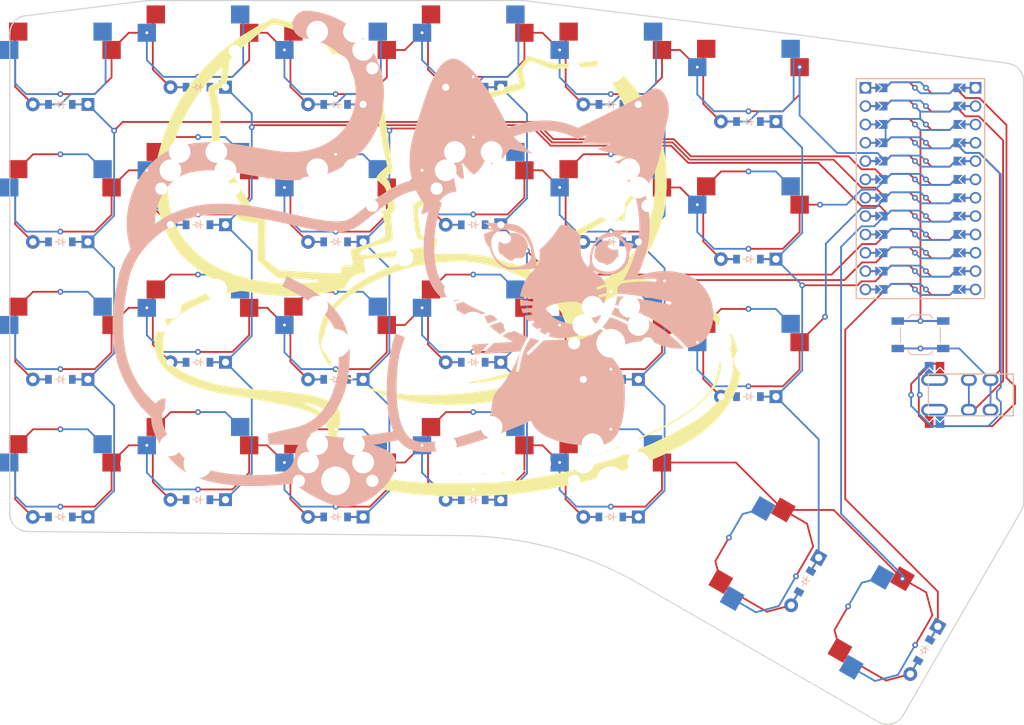
<source format=kicad_pcb>
(kicad_pcb (version 20221018) (generator pcbnew)
  (title_block (title "KEYBOARD_NAME_HERE") (rev "VERSION_HERE") (company "YOUR_NAME_HERE"))
  (layers (0 "F.Cu" signal) (31 "B.Cu" signal) (34 "B.Paste" user) (35 "F.Paste" user) (36 "B.SilkS" user "B.Silkscreen") (37 "F.SilkS" user "F.Silkscreen") (38 "B.Mask" user) (39 "F.Mask" user) (44 "Edge.Cuts" user))
  (net 0 "")
  (net 1 "0_5|0|0|0_key1")
  (net 2 "row_3")
  (net 3 "col_0")
  (net 4 "0_5|0|0|0_key2")
  (net 5 "row_2")
  (net 6 "0_5|0|0|0_key3")
  (net 7 "row_1")
  (net 8 "0_5|0|0|0_key4")
  (net 9 "row_0")
  (net 10 "1_5|0|0|0_key5")
  (net 11 "col_1")
  (net 12 "1_5|0|0|0_key6")
  (net 13 "1_5|0|0|0_key7")
  (net 14 "1_5|0|0|0_key8")
  (net 15 "2_5|0|0|0_key9")
  (net 16 "col_2")
  (net 17 "2_5|0|0|0_key10")
  (net 18 "2_5|0|0|0_key11")
  (net 19 "2_5|0|0|0_key12")
  (net 20 "3_5|0|0|0_key13")
  (net 21 "col_3")
  (net 22 "3_5|0|0|0_key14")
  (net 23 "3_5|0|0|0_key15")
  (net 24 "3_5|0|0|0_key16")
  (net 25 "4_5|0|0|0_key17")
  (net 26 "col_4")
  (net 27 "4_5|0|0|0_key18")
  (net 28 "4_5|0|0|0_key19")
  (net 29 "4_5|0|0|0_key20")
  (net 30 "5_5|0|0|0_key21")
  (net 31 "col_5")
  (net 32 "5_5|0|0|0_key22")
  (net 33 "5_5|0|0|0_key23")
  (net 34 "5_625|-60|4_875|4_625_key24")
  (net 35 "col_6")
  (net 36 "5_625|-60|4_875|4_625_key25")
  (net 37 "RAW")
  (net 38 "GND")
  (net 39 "RST")
  (net 40 "VCC")
  (net 41 "P21")
  (net 42 "P1")
  (net 43 "P0")
  (net 44 "P6")
  (net 45 "P7")
  (net 46 "P8")
  (net 47 "P9")
  (footprint "keyboard_reversible:M2_standoff_hole" (layer "F.Cu") (at 273.8449 157.16316)
    (fp_text reference "Ref**")
    (fp_text value "Val**")
  )
  (footprint "keyboard_reversible:M2_screw_hole" (layer "F.Cu") (at 159.54442 102.39418)
    (fp_text reference "REF**")
    (fp_text value "M2_screw_hole")
  )
  (footprint "keyboard_reversible:M2_screw_hole" (layer "F.Cu") (at 257.005014 175.746162)
    (fp_text reference "REF**")
    (fp_text value "M2_screw_hole")
  )
  (footprint "keyboard_reversible:M2_screw_hole" (layer "F.Cu") (at 264.31986 147.63812)
    (fp_text reference "REF**")
    (fp_text value "M2_screw_hole")
  )
  (footprint "ComboDiode" (layer "F.Cu") (at 150.01934 107.39413 180)
    (fp_text reference "D7" hide)
    (fp_text value "" hide)
  )
  (footprint "keyboard_reversible:PJ-320A" (layer "F.Cu") (at 282.08184 147.63788 -90)
    (fp_text reference "TRRS1" hide)
    (fp_text value "PJ-320A" hide)
  )
  (footprint "keyboard_reversible:ProMicro_compact_routed" (layer "F.Cu") (at 269.08184 119.06288 -90)
    (fp_text reference "MCU1" hide)
    (fp_text value "ProMicro_compact_routed")
  )
  (footprint "silkscreens:cracked_egg_alt" (layer "F.Cu") (at 203.59773 128.58804)
    (fp_text reference "G***" hide)
    (fp_text value "LOGO" hide)
  )
  (footprint "Button_Switch_SMD:SW_SPST_TL3342" (layer "F.Cu") (at 269.08238 139.30371)
    (fp_text reference "REF**" hide)
    (fp_text value "SW_SPST_TL3342")
  )
  (footprint "keyboard_reversible:MX_Hotswap" (layer "F.Cu") (at 150.01934 102.39413)
    (fp_text reference "S4" hide)
    (fp_text value "" hide)
  )
  (footprint "ComboDiode" (layer "F.Cu") (at 169.06934 105.01288 180)
    (fp_text reference "D15" hide)
    (fp_text value "" hide)
  )
  (footprint "ComboDiode" (layer "F.Cu") (at 207.16934 162.16288 180)
    (fp_text reference "D25" hide)
    (fp_text value "" hide)
  )
  (footprint "keyboard_reversible:M2_screw_hole" (layer "F.Cu") (at 197.64458 128.58804)
    (fp_text reference "REF**")
    (fp_text value "M2_screw_hole")
  )
  (footprint "keyboard_reversible:M2_screw_hole" (layer "F.Cu") (at 159.54442 157.16316)
    (fp_text reference "REF**")
    (fp_text value "M2_screw_hole")
  )
  (footprint "keyboard_reversible:MX_Hotswap" (layer "F.Cu") (at 226.21934 121.44413)
    (fp_text reference "S19" hide)
    (fp_text value "" hide)
  )
  (footprint "ComboDiode" (layer "F.Cu") (at 188.11934 107.39413 180)
    (fp_text reference "D23" hide)
    (fp_text value "" hide)
  )
  (footprint "keyboard_reversible:MX_Hotswap" (layer "F.Cu") (at 207.16934 138.11288)
    (fp_text reference "S14" hide)
    (fp_text value "" hide)
  )
  (footprint "ComboDiode" (layer "F.Cu") (at 226.21934 126.44413 180)
    (fp_text reference "D37" hide)
    (fp_text value "" hide)
  )
  (footprint "ComboDiode" (layer "F.Cu") (at 188.11934 126.44413 180)
    (fp_text reference "D21" hide)
    (fp_text value "" hide)
  )
  (footprint "keyboard_reversible:M2_screw_hole" (layer "F.Cu") (at 216.69466 157.16316)
    (fp_text reference "REF**")
    (fp_text value "M2_screw_hole")
  )
  (footprint "keyboard_reversible:MX_Hotswap" (layer "F.Cu") (at 207.16934 157.16288)
    (fp_text reference "S13" hide)
    (fp_text value "" hide)
  )
  (footprint "keyboard_reversible:MX_Hotswap" (layer "F.Cu") (at 248.755732 170.983292 60)
    (fp_text reference "S25" hide)
    (fp_text value "" hide)
  )
  (footprint "ComboDiode" (layer "F.Cu") (at 169.06934 162.16288 180)
    (fp_text reference "D9" hide)
    (fp_text value "" hide)
  )
  (footprint "keyboard_reversible:MX_Hotswap" (layer "F.Cu") (at 188.11934 102.39413)
    (fp_text reference "S12" hide)
    (fp_text value "" hide)
  )
  (footprint "ComboDiode" (layer "F.Cu") (at 169.06934 124.06288 180)
    (fp_text reference "D13" hide)
    (fp_text value "" hide)
  )
  (footprint "keyboard_reversible:MX_Hotswap" (layer "F.Cu") (at 226.21934 140.49413)
    (fp_text reference "S18" hide)
    (fp_text value "" hide)
  )
  (footprint "ComboDiode" (layer "F.Cu") (at 226.21934 145.49413 180)
    (fp_text reference "D35" hide)
    (fp_text value "" hide)
  )
  (footprint "keyboard_reversible:MX_Hotswap" (layer "F.Cu") (at 245.26934 104.77538)
    (fp_text reference "S23" hide)
    (fp_text value "" hide)
  )
  (footprint "ComboDiode" (layer "F.Cu") (at 188.11934 145.49413 180)
    (fp_text reference "D19" hide)
    (fp_text value "" hide)
  )
  (footprint "ComboDiode" (layer "F.Cu") (at 150.01934 145.49413 180)
    (fp_text reference "D3" hide)
    (fp_text value "" hide)
  )
  (footprint "keyboard_reversible:MX_Hotswap" (layer "F.Cu") (at 169.06934 138.11288)
    (fp_text reference "S6" hide)
    (fp_text value "" hide)
  )
  (footprint "ComboDiode" (layer "F.Cu") (at 226.21934 164.54413 180)
    (fp_text reference "D33" hide)
    (fp_text value "" hide)
  )
  (footprint "keyboard_reversible:MX_Hotswap" (layer "F.Cu") (at 188.11934 159.54413)
    (fp_text reference "S9" hide)
    (fp_text value "" hide)
  )
  (footprint "keyboard_reversible:MX_Hotswap" (layer "F.Cu") (at 265.253516 180.508292 60)
    (fp_text reference "S24" hide)
    (fp_text value "" hide)
  )
  (footprint "keyboard_reversible:MX_Hotswap" (layer "F.Cu") (at 150.01934 121.44413)
    (fp_text reference "S3" hide)
    (fp_text value "" hide)
  )
  (footprint "ComboDiode" (layer "F.Cu") (at 207.16934 105.01288 180)
    (fp_text reference "D31" hide)
    (fp_text value "" hide)
  )
  (footprint "ComboDiode" (layer "F.Cu") (at 269.583643 183.008292 -120)
    (fp_text reference "D47" hide)
    (fp_text value "" hide)
  )
  (footprint "ComboDiode" (layer "F.Cu") (at 150.01934 164.54413 180)
    (fp_text reference "D1" hide)
    (fp_text value "" hide)
  )
  (footprint "keyboard_reversible:MX_Hotswap" (layer "F.Cu") (at 245.26934 142.87538)
    (fp_text reference "S21" hide)
    (fp_text value "" hide)
  )
  (footprint "ComboDiode" (layer "F.Cu") (at 188.11934 164.54413 180)
    (fp_text reference "D17" hide)
    (fp_text value "" hide)
  )
  (footprint "keyboard_reversible:MX_Hotswap" (layer "F.Cu") (at 226.21934 102.39413)
    (fp_text reference "S20" hide)
    (fp_text value "" hide)
  )
  (footprint "keyboard_reversible:MX_Hotswap" (layer "F.Cu") (at 188.11934 121.44413)
    (fp_text reference "S11" hide)
    (fp_text value "" hide)
  )
  (footprint "keyboard_reversible:MX_Hotswap" (layer "F.Cu") (at 188.11934 140.49413)
    (fp_text reference "S10" hide)
    (fp_text value "" hide)
  )
  (footprint "ComboDiode" (layer "F.Cu") (at 207.16934 143.11288 180)
    (fp_text reference "D27" hide)
    (fp_text value "" hide)
  )
  (footprint "keyboard_reversible:MX_Hotswap" (layer "F.Cu") (at 207.16934 119.06288)
    (fp_text reference "S15" hide)
    (fp_text value "" hide)
  )
  (footprint "keyboard_reversible:MX_Hotswap" (layer "F.Cu") (at 169.06934 100.01288)
    (fp_text reference "S8" hide)
    (fp_text value "" hide)
  )
  (footprint "keyboard_reversible:MX_Hotswap" (layer "F.Cu") (at 207.16934 100.01288)
    (fp_text reference "S16" hide)
    (fp_text value "" hide)
  )
  (footprint "keyboard_reversible:MX_Hotswap" (layer "F.Cu") (at 150.01934 140.49413)
    (fp_text reference "S2" hide)
    (fp_text value "" hide)
  )
  (footprint "keyboard_reversible:MX_Hotswap" (layer "F.Cu") (at 150.01934 159.54413)
    (fp_text reference "S1" hide)
    (fp_text value "" hide)
  )
  (footprint "ComboDiode" (layer "F.Cu") (at 226.21934 107.39413 180)
    (fp_text reference "D39" hide)
    (fp_text value "" hide)
  )
  (footprint "ComboDiode" (layer "F.Cu") (at 253.085859 173.483292 -120)
    (fp_text reference "D49" hide)
    (fp_text value "" hide)
  )
  (footprint "ComboDiode" (layer "F.Cu") (at 245.26934 109.77538 180)
    (fp_text reference "D45" hide)
    (fp_text value "" hide)
  )
  (footprint "keyboard_reversible:MX_Hotswap" (layer "F.Cu") (at 245.26934 123.82538)
    (fp_text reference "S22" hide)
    (fp_text value "" hide)
  )
  (footprint "keyboard_reversible:MX_Hotswap" (layer "F.Cu") (at 226.21934 159.54413)
    (fp_text reference "S17" hide)
    (fp_text value "" hide)
  )
  (footprint "ComboDiode" (layer "F.Cu") (at 245.26934 147.87538 180)
    (fp_text reference "D41" hide)
    (fp_text value "" hide)
  )
  (footprint "keyboard_reversible:MX_Hotswap" (layer "F.Cu") (at 169.06934 119.063)
    (fp_text reference "S7" hide)
    (fp_text value "" hide)
  )
  (footprint "ComboDiode" (layer "F.Cu") (at 245.26934 128.82538 180)
    (fp_text reference "D43" hide)
    (fp_text value "" hide)
  )
  (footprint "keyboard_reversible:M2_screw_hole" (layer "F.Cu") (at 235.74474 104.77544)
    (fp_text reference "REF**")
    (fp_text value "M2_screw_hole")
  )
  (footprint "ComboDiode" (layer "F.Cu") (at 150.01934 126.44413 180)
    (fp_text reference "D5" hide)
    (fp_text value "" hide)
  )
  (footprint "ComboDiode" (layer "F.Cu") (at 207.16934 124.06288 180)
    (fp_text reference "D29" hide)
    (fp_text value "" hide)
  )
  (footprint "keyboard_reversible:MX_Hotswap" (layer "F.Cu") (at 169.06934 157.16288)
    (fp_text reference "S5" hide)
    (fp_text value "" hide)
  )
  (footprint "ComboDiode" (layer "F.Cu") (at 169.06934 143.11288 180)
    (fp_text reference "D11" hide)
    (fp_text value "" hide)
  )
  (footprint "silkscreens:siamese_kitten" (layer "B.Cu") (at 198.83521 130.9693 180)
    (fp_text reference "G***" hide)
    (fp_text value "LOGO" hide)
  )
  (footprint "Button_Switch_SMD:SW_SPST_TL3342" (layer "B.Cu") (at 269.08238 139.30371 180)
    (fp_text reference "REF**" hide)
    (fp_text value "SW_SPST_TL3342")
  )
  (gr_line (start 264.56238 193.26793) (end 264.60538 193.26693) (stroke (width 0.15)) (layer "Edge.Cuts"))
  (gr_line (start 264.77938 193.25493) (end 264.82338 193.24993) (stroke (width 0.15)) (layer "Edge.Cuts"))
  (gr_line (start 264.64938 193.26493) (end 264.69238 193.26293) (stroke (width 0.15)) (layer "Edge.Cuts"))
  (gr_line (start 264.73638 193.25893) (end 264.77938 193.25493) (stroke (width 0.15)) (layer "Edge.Cuts"))
  (gr_line (start 264.69238 193.26293) (end 264.73638 193.25893) (stroke (width 0.15)) (layer "Edge.Cuts"))
  (gr_line (start 264.82338 193.24993) (end 264.86538 193.24393) (stroke (width 0.15)) (layer "Edge.Cuts"))
  (gr_line (start 264.60538 193.26693) (end 264.64938 193.26493) (stroke (width 0.15)) (layer "Edge.Cuts"))
  (gr_line (start 264.86538 193.24393) (end 264.90838 193.23793) (stroke (width 0.15)) (layer "Edge.Cuts"))
  (gr_line (start 144.04469 166.08813) (end 144.08103 166.11403) (stroke (width 0.15)) (layer "Edge.Cuts"))
  (gr_line (start 144.45834 166.33173) (end 144.49736 166.34953) (stroke (width 0.15)) (layer "Edge.Cuts"))
  (gr_line (start 144.86776 166.48073) (end 144.91 166.49163) (stroke (width 0.15)) (layer "Edge.Cuts"))
  (gr_line (start 144.15325 166.16273) (end 144.18989 166.18603) (stroke (width 0.15)) (layer "Edge.Cuts"))
  (gr_line (start 145.29687 166.55633) (end 145.3397 166.55973) (stroke (width 0.15)) (layer "Edge.Cuts"))
  (gr_line (start 145.20968 166.54713) (end 145.2536 166.55213) (stroke (width 0.15)) (layer "Edge.Cuts"))
  (gr_line (start 144.82496 166.46883) (end 144.86776 166.48073) (stroke (width 0.15)) (layer "Edge.Cuts"))
  (gr_line (start 145.49102 166.56573) (end 205.65248 167.13663) (stroke (width 0.15)) (layer "Edge.Cuts"))
  (gr_line (start 144.34071 166.27313) (end 144.38002 166.29353) (stroke (width 0.15)) (layer "Edge.Cuts"))
  (gr_line (start 212.60618 167.68923) (end 213.46798 167.82643) (stroke (width 0.15)) (layer "Edge.Cuts"))
  (gr_line (start 213.46798 167.82643) (end 214.32728 167.97863) (stroke (width 0.15)) (layer "Edge.Cuts"))
  (gr_line (start 144.18989 166.18603) (end 144.22662 166.20853) (stroke (width 0.15)) (layer "Edge.Cuts"))
  (gr_line (start 144.22662 166.20853) (end 144.26484 166.23103) (stroke (width 0.15)) (layer "Edge.Cuts"))
  (gr_line (start 144.57838 166.38393) (end 144.61857 166.39973) (stroke (width 0.15)) (layer "Edge.Cuts"))
  (gr_line (start 145.3836 166.56233) (end 145.42773 166.56433) (stroke (width 0.15)) (layer "Edge.Cuts"))
  (gr_line (start 205.65248 167.13663) (end 206.52498 167.15253) (stroke (width 0.15)) (layer "Edge.Cuts"))
  (gr_line (start 208.26848 167.23003) (end 209.13898 167.29153) (stroke (width 0.15)) (layer "Edge.Cuts"))
  (gr_line (start 144.70036 166.42953) (end 144.74214 166.44353) (stroke (width 0.15)) (layer "Edge.Cuts"))
  (gr_line (start 144.38002 166.29353) (end 144.41777 166.31243) (stroke (width 0.15)) (layer "Edge.Cuts"))
  (gr_line (start 144.53761 166.36703) (end 144.57838 166.38393) (stroke (width 0.15)) (layer "Edge.Cuts"))
  (gr_line (start 144.30249 166.25233) (end 144.34071 166.27313) (stroke (width 0.15)) (layer "Edge.Cuts"))
  (gr_line (start 144.91 166.49163) (end 144.95161 166.50163) (stroke (width 0.15)) (layer "Edge.Cuts"))
  (gr_line (start 144.99481 166.51123) (end 145.03739 166.51983) (stroke (width 0.15)) (layer "Edge.Cuts"))
  (gr_line (start 145.03739 166.51983) (end 145.08061 166.52783) (stroke (width 0.15)) (layer "Edge.Cuts"))
  (gr_line (start 145.08061 166.52783) (end 145.12319 166.53503) (stroke (width 0.15)) (layer "Edge.Cuts"))
  (gr_line (start 145.3397 166.55973) (end 145.3836 166.56233) (stroke (width 0.15)) (layer "Edge.Cuts"))
  (gr_line (start 207.39708 167.18363) (end 208.26848 167.23003) (stroke (width 0.15)) (layer "Edge.Cuts"))
  (gr_line (start 209.13898 167.29153) (end 210.00828 167.36823) (stroke (width 0.15)) (layer "Edge.Cuts"))
  (gr_line (start 210.00828 167.36823) (end 210.87608 167.46013) (stroke (width 0.15)) (layer "Edge.Cuts"))
  (gr_line (start 144.95161 166.50163) (end 144.99481 166.51123) (stroke (width 0.15)) (layer "Edge.Cuts"))
  (gr_line (start 211.74218 167.56713) (end 212.60618 167.68923) (stroke (width 0.15)) (layer "Edge.Cuts"))
  (gr_line (start 145.12319 166.53503) (end 145.16658 166.54153) (stroke (width 0.15)) (layer "Edge.Cuts"))
  (gr_line (start 144.49736 166.34953) (end 144.53761 166.36703) (stroke (width 0.15)) (layer "Edge.Cuts"))
  (gr_line (start 144.08103 166.11403) (end 144.11586 166.13793) (stroke (width 0.15)) (layer "Edge.Cuts"))
  (gr_line (start 144.26484 166.23103) (end 144.30249 166.25233) (stroke (width 0.15)) (layer "Edge.Cuts"))
  (gr_line (start 145.42773 166.56433) (end 145.49102 166.56573) (stroke (width 0.15)) (layer "Edge.Cuts"))
  (gr_line (start 145.2536 166.55213) (end 145.29687 166.55633) (stroke (width 0.15)) (layer "Edge.Cuts"))
  (gr_line (start 144.65945 166.41503) (end 144.70036 166.42953) (stroke (width 0.15)) (layer "Edge.Cuts"))
  (gr_line (start 206.52498 167.15253) (end 207.39708 167.18363) (stroke (width 0.15)) (layer "Edge.Cuts"))
  (gr_line (start 144.11586 166.13793) (end 144.15325 166.16273) (stroke (width 0.15)) (layer "Edge.Cuts"))
  (gr_line (start 144.61857 166.39973) (end 144.65945 166.41503) (stroke (width 0.15)) (layer "Edge.Cuts"))
  (gr_line (start 144.41777 166.31243) (end 144.45834 166.33173) (stroke (width 0.15)) (layer "Edge.Cuts"))
  (gr_line (start 144.74214 166.44353) (end 144.78398 166.45673) (stroke (width 0.15)) (layer "Edge.Cuts"))
  (gr_line (start 145.16658 166.54153) (end 145.20968 166.54713) (stroke (width 0.15)) (layer "Edge.Cuts"))
  (gr_line (start 210.87608 167.46013) (end 211.74218 167.56713) (stroke (width 0.15)) (layer "Edge.Cuts"))
  (gr_line (start 144.78398 166.45673) (end 144.82496 166.46883) (stroke (width 0.15)) (layer "Edge.Cuts"))
  (gr_line (start 263.42238 193.01593) (end 263.46138 193.03493) (stroke (width 0.15)) (layer "Edge.Cuts"))
  (gr_line (start 263.70438 193.13293) (end 263.74538 193.14593) (stroke (width 0.15)) (layer "Edge.Cuts"))
  (gr_line (start 264.25738 193.25493) (end 264.29938 193.25893) (stroke (width 0.15)) (layer "Edge.Cuts"))
  (gr_line (start 215.18378 168.14583) (end 216.03718 168.32783) (stroke (width 0.15)) (layer "Edge.Cuts"))
  (gr_line (start 263.87038 193.18293) (end 263.91338 193.19493) (stroke (width 0.15)) (layer "Edge.Cuts"))
  (gr_line (start 263.62138 193.10293) (end 263.66238 193.11793) (stroke (width 0.15)) (layer "Edge.Cuts"))
  (gr_line (start 263.74538 193.14593) (end 263.78738 193.15993) (stroke (width 0.15)) (layer "Edge.Cuts"))
  (gr_line (start 263.66238 193.11793) (end 263.70438 193.13293) (stroke (width 0.15)) (layer "Edge.Cuts"))
  (gr_line (start 263.58138 193.08693) (end 263.62138 193.10293) (stroke (width 0.15)) (layer "Edge.Cuts"))
  (gr_line (start 263.82938 193.17193) (end 263.87038 193.18293) (stroke (width 0.15)) (layer "Edge.Cuts"))
  (gr_line (start 264.38738 193.26493) (end 264.43038 193.26693) (stroke (width 0.15)) (layer "Edge.Cuts"))
  (gr_line (start 216.03718 168.32783) (end 216.88738 168.52483) (stroke (width 0.15)) (layer "Edge.Cuts"))
  (gr_line (start 264.08438 193.23093) (end 264.12738 193.23793) (stroke (width 0.15)) (layer "Edge.Cuts"))
  (gr_line (start 216.88738 168.52483) (end 217.73388 168.73663) (stroke (width 0.15)) (layer "Edge.Cuts"))
  (gr_line (start 263.50038 193.05193) (end 263.54138 193.06993) (stroke (width 0.15)) (layer "Edge.Cuts"))
  (gr_line (start 221.07938 169.73033) (end 221.90428 170.01503) (stroke (width 0.15)) (layer "Edge.Cuts"))
  (gr_line (start 225.94738 171.65213) (end 226.73798 172.02153) (stroke (width 0.15)) (layer "Edge.Cuts"))
  (gr_line (start 224.34738 170.95503) (end 225.15048 171.29663) (stroke (width 0.15)) (layer "Edge.Cuts"))
  (gr_line (start 225.15048 171.29663) (end 225.94738 171.65213) (stroke (width 0.15)) (layer "Edge.Cuts"))
  (gr_line (start 230.17428 173.83093) (end 263.26838 192.93393) (stroke (width 0.15)) (layer "Edge.Cuts"))
  (gr_line (start 221.90428 170.01503) (end 222.72408 170.31413) (stroke (width 0.15)) (layer "Edge.Cuts"))
  (gr_line (start 263.54138 193.06993) (end 263.58138 193.08693) (stroke (width 0.15)) (layer "Edge.Cuts"))
  (gr_line (start 263.78738 193.15993) (end 263.82938 193.17193) (stroke (width 0.15)) (layer "Edge.Cuts"))
  (gr_line (start 264.04138 193.22293) (end 264.08438 193.23093) (stroke (width 0.15)) (layer "Edge.Cuts"))
  (gr_line (start 263.91338 193.19493) (end 263.95538 193.20493) (stroke (width 0.15)) (layer "Edge.Cuts"))
  (gr_line (start 228.29928 172.80153) (end 229.06948 173.21173) (stroke (width 0.15)) (layer "Edge.Cuts"))
  (gr_line (start 264.47438 193.26793) (end 264.51838 193.26893) (stroke (width 0.15)) (layer "Edge.Cuts"))
  (gr_line (start 223.53858 170.62753) (end 224.34738 170.95503) (stroke (width 0.15)) (layer "Edge.Cuts"))
  (gr_line (start 264.29938 193.25893) (end 264.34338 193.26293) (stroke (width 0.15)) (layer "Edge.Cuts"))
  (gr_line (start 214.32728 167.97863) (end 215.18378 168.14583) (stroke (width 0.15)) (layer "Edge.Cuts"))
  (gr_line (start 264.12738 193.23793) (end 264.16938 193.24393) (stroke (width 0.15)) (layer "Edge.Cuts"))
  (gr_line (start 219.41538 169.20423) (end 220.24968 169.46003) (stroke (width 0.15)) (layer "Edge.Cuts"))
  (gr_line (start 227.52198 172.40473) (end 228.29928 172.80153) (stroke (width 0.15)) (layer "Edge.Cuts"))
  (gr_line (start 263.99838 193.21393) (end 264.04138 193.22293) (stroke (width 0.15)) (layer "Edge.Cuts"))
  (gr_line (start 264.21338 193.24993) (end 264.25738 193.25493) (stroke (width 0.15)) (layer "Edge.Cuts"))
  (gr_line (start 263.46138 193.03493) (end 263.50038 193.05193) (stroke (width 0.15)) (layer "Edge.Cuts"))
  (gr_line (start 264.51838 193.26893) (end 264.56238 193.26793) (stroke (width 0.15)) (layer "Edge.Cuts"))
  (gr_line (start 220.24968 169.46003) (end 221.07938 169.73033) (stroke (width 0.15)) (layer "Edge.Cuts"))
  (gr_line (start 263.26838 192.93393) (end 263.30538 192.95493) (stroke (width 0.15)) (layer "Edge.Cuts"))
  (gr_line (start 263.38338 192.99593) (end 263.42238 193.01593) (stroke (width 0.15)) (layer "Edge.Cuts"))
  (gr_line (start 226.73798 172.02153) (end 227.52198 172.40473) (stroke (width 0.15)) (layer "Edge.Cuts"))
  (gr_line (start 217.73388 168.73663) (end 218.57668 168.96313) (stroke (width 0.15)) (layer "Edge.Cuts"))
  (gr_line (start 218.57668 168.96313) (end 219.41538 169.20423) (stroke (width 0.15)) (layer "Edge.Cuts"))
  (gr_line (start 222.72408 170.31413) (end 223.53858 170.62753) (stroke (width 0.15)) (layer "Edge.Cuts"))
  (gr_line (start 263.95538 193.20493) (end 263.99838 193.21393) (stroke (width 0.15)) (layer "Edge.Cuts"))
  (gr_line (start 264.43038 193.26693) (end 264.47438 193.26793) (stroke (width 0.15)) (layer "Edge.Cuts"))
  (gr_line (start 264.34338 193.26293) (end 264.38738 193.26493) (stroke (width 0.15)) (layer "Edge.Cuts"))
  (gr_line (start 229.06948 173.21173) (end 230.17428 173.83093) (stroke (width 0.15)) (layer "Edge.Cuts"))
  (gr_line (start 263.34438 192.97593) (end 263.38338 192.99593) (stroke (width 0.15)) (layer "Edge.Cuts"))
  (gr_line (start 264.16938 193.24393) (end 264.21338 193.24993) (stroke (width 0.15)) (layer "Edge.Cuts"))
  (gr_line (start 263.30538 192.95493) (end 263.34438 192.97593) (stroke (width 0.15)) (layer "Edge.Cuts"))
  (gr_line (start 283.04638 163.66003) (end 283.06738 163.62133) (stroke (width 0.15)) (layer "Edge.Cuts"))
  (gr_line (start 266.63838 192.09293) (end 266.66138 192.05593) (stroke (width 0.15)) (layer "Edge.Cuts"))
  (gr_line (start 283.23838 163.22013) (end 283.25038 163.17893) (stroke (width 0.15)) (layer "Edge.Cuts"))
  (gr_line (start 283.16138 163.42463) (end 283.17838 163.38453) (stroke (width 0.15)) (layer "Edge.Cuts"))
  (gr_line (start 283.25038 163.17893) (end 283.26338 163.13683) (stroke (width 0.15)) (layer "Edge.Cuts"))
  (gr_line (start 283.26338 163.13683) (end 283.27438 163.09563) (stroke (width 0.15)) (layer "Edge.Cuts"))
  (gr_line (start 283.28638 163.05173) (end 283.29638 163.01043) (stroke (width 0.15)) (layer "Edge.Cuts"))
  (gr_line (start 266.59038 192.16693) (end 266.61438 192.12993) (stroke (width 0.15)) (layer "Edge.Cuts"))
  (gr_line (start 283.10738 163.54403) (end 283.12638 163.50443) (stroke (width 0.15)) (layer "Edge.Cuts"))
  (gr_line (start 283.19438 163.34423) (end 283.20938 163.30223) (stroke (width 0.15)) (layer "Edge.Cuts"))
  (gr_line (start 283.22338 163.26213) (end 283.23838 163.22013) (stroke (width 0.15)) (layer "Edge.Cuts"))
  (gr_line (start 283.02538 163.69843) (end 283.04638 163.66003) (stroke (width 0.15)) (layer "Edge.Cuts"))
  (gr_line (start 283.27438 163.09563) (end 283.28638 163.05173) (stroke (width 0.15)) (layer "Edge.Cuts"))
  (gr_line (start 266.61438 192.12993) (end 266.63838 192.09293) (stroke (width 0.15)) (layer "Edge.Cuts"))
  (gr_line (start 266.68338 192.01893) (end 283.02538 163.69843) (stroke (width 0.15)) (layer "Edge.Cuts"))
  (gr_line (start 283.14438 163.46453) (end 283.16138 163.42463) (stroke (width 0.15)) (layer "Edge.Cuts"))
  (gr_line (start 266.66138 192.05593) (end 266.68338 192.01893) (stroke (width 0.15)) (layer "Edge.Cuts"))
  (gr_line (start 283.12638 163.50443) (end 283.14438 163.46453) (stroke (width 0.15)) (layer "Edge.Cuts"))
  (gr_line (start 266.56638 192.20193) (end 266.59038 192.16693) (stroke (width 0.15)) (layer "Edge.Cuts"))
  (gr_line (start 283.08838 163.58263) (end 283.10738 163.54403) (stroke (width 0.15)) (layer "Edge.Cuts"))
  (gr_line (start 283.17838 163.38453) (end 283.19438 163.34423) (stroke (width 0.15)) (layer "Edge.Cuts"))
  (gr_line (start 283.06738 163.62133) (end 283.08838 163.58263) (stroke (width 0.15)) (layer "Edge.Cuts"))
  (gr_line (start 283.20938 163.30223) (end 283.22338 163.26213) (stroke (width 0.15)) (layer "Edge.Cuts"))
  (gr_line (start 283.34138 162.75203) (end 283.34638 162.70953) (stroke (width 0.15)) (layer "Edge.Cuts"))
  (gr_line (start 283.35838 162.53493) (end 283.35938 162.49163) (stroke (width 0.15)) (layer "Edge.Cuts"))
  (gr_line (start 283.34638 162.70953) (end 283.35038 162.66553) (stroke (width 0.15)) (layer "Edge.Cuts"))
  (gr_line (start 283.29638 163.01043) (end 283.30538 162.96723) (stroke (width 0.15)) (layer "Edge.Cuts"))
  (gr_line (start 283.35038 162.66553) (end 283.35438 162.62183) (stroke (width 0.15)) (layer "Edge.Cuts"))
  (gr_line (start 283.36038 162.44823) (end 283.36038 104.19123) (stroke (width 0.15)) (layer "Edge.Cuts"))
  (gr_line (start 283.36038 104.19123) (end 283.35938 104.14643) (stroke (width 0.15)) (layer "Edge.Cuts"))
  (gr_line (start 283.35838 104.10323) (end 283.35638 104.05913) (stroke (width 0.15)) (layer "Edge.Cuts"))
  (gr_line (start 283.34638 103.92943) (end 283.34138 103.88553) (stroke (width 0.15)) (layer "Edge.Cuts"))
  (gr_line (start 283.30538 162.96723) (end 283.31438 162.92523) (stroke (width 0.15)) (layer "Edge.Cuts"))
  (gr_line (start 283.33538 103.84233) (end 283.32938 103.79903) (stroke (width 0.15)) (layer "Edge.Cuts"))
  (gr_line (start 283.31438 162.92523) (end 283.32238 162.88203) (stroke (width 0.15)) (layer "Edge.Cuts"))
  (gr_line (start 283.35638 104.05913) (end 283.35338 104.01553) (stroke (width 0.15)) (layer "Edge.Cuts"))
  (gr_line (start 283.35038 103.97263) (end 283.34638 103.92943) (stroke (width 0.15)) (layer "Edge.Cuts"))
  (gr_line (start 283.34138 103.88553) (end 283.33538 103.84233) (stroke (width 0.15)) (layer "Edge.Cuts"))
  (gr_line (start 283.35638 162.57893) (end 283.35838 162.53493) (stroke (width 0.15)) (layer "Edge.Cuts"))
  (gr_line (start 283.35438 162.62183) (end 283.35638 162.57893) (stroke (width 0.15)) (layer "Edge.Cuts"))
  (gr_line (start 283.33538 162.79613) (end 283.34138 162.75203) (stroke (width 0.15)) (layer "Edge.Cuts"))
  (gr_line (start 283.35938 162.49163) (end 283.36038 162.44823) (stroke (width 0.15)) (layer "Edge.Cuts"))
  (gr_line (start 283.35938 104.14643) (end 283.35838 104.10323) (stroke (width 0.15)) (layer "Edge.Cuts"))
  (gr_line (start 283.35338 104.01553) (end 283.35038 103.97263) (stroke (width 0.15)) (layer "Edge.Cuts"))
  (gr_line (start 283.32238 162.88203) (end 283.32938 162.83863) (stroke (width 0.15)) (layer "Edge.Cuts"))
  (gr_line (start 283.32938 162.83863) (end 283.33538 162.79613) (stroke (width 0.15)) (layer "Edge.Cuts"))
  (gr_line (start 283.32238 103.75643) (end 283.31438 103.71323) (stroke (width 0.15)) (layer "Edge.Cuts"))
  (gr_line (start 283.31438 103.71323) (end 283.30538 103.67063) (stroke (width 0.15)) (layer "Edge.Cuts"))
  (gr_line (start 283.19438 103.29433) (end 283.17838 103.25423) (stroke (width 0.15)) (layer "Edge.Cuts"))
  (gr_line (start 283.28538 103.58583) (end 283.27438 103.54353) (stroke (width 0.15)) (layer "Edge.Cuts"))
  (gr_line (start 283.25038 103.45973) (end 283.23738 103.41793) (stroke (width 0.15)) (layer "Edge.Cuts"))
  (gr_line (start 283.16138 103.21343) (end 283.14338 103.17313) (stroke (width 0.15)) (layer "Edge.Cuts"))
  (gr_line (start 283.29538 103.62743) (end 283.28538 103.58583) (stroke (width 0.15)) (layer "Edge.Cuts"))
  (gr_line (start 283.23738 103.41793) (end 283.22338 103.37613) (stroke (width 0.15)) (layer "Edge.Cuts"))
  (gr_line (start 283.06738 103.01653) (end 283.04638 102.97833) (stroke (width 0.15)) (layer "Edge.Cuts"))
  (gr_line (start 283.08738 103.05583) (end 283.06738 103.01653) (stroke (width 0.15)) (layer "Edge.Cuts"))
  (gr_line (start 283.14338 103.17313) (end 283.12638 103.13413) (stroke (width 0.15)) (layer "Edge.Cuts"))
  (gr_line (start 283.32938 103.79903) (end 283.32238 103.75643) (stroke (width 0.15)) (layer "Edge.Cuts"))
  (gr_line (start 283.12638 103.13413) (end 283.10638 103.09353) (stroke (width 0.15)) (layer "Edge.Cuts"))
  (gr_line (start 283.27438 103.54353) (end 283.26338 103.50073) (stroke (width 0.15)) (layer "Edge.Cuts"))
  (gr_line (start 283.20938 103.33523) (end 283.19438 103.29433) (stroke (width 0.15)) (layer "Edge.Cuts"))
  (gr_line (start 283.26338 103.50073) (end 283.25038 103.45973) (stroke (width 0.15)) (layer "Edge.Cuts"))
  (gr_line (start 283.10638 103.09353) (end 283.08738 103.05583) (stroke (width 0.15)) (layer "Edge.Cuts"))
  (gr_line (start 283.22338 103.37613) (end 283.20938 103.33523) (stroke (width 0.15)) (layer "Edge.Cuts"))
  (gr_line (start 283.04638 102.97833) (end 283.02538 102.94063) (stroke (width 0.15)) (layer "Edge.Cuts"))
  (gr_line (start 283.30538 103.67063) (end 283.29538 103.62743) (stroke (width 0.15)) (layer "Edge.Cuts"))
  (gr_line (start 283.17838 103.25423) (end 283.16138 103.21343) (stroke (width 0.15)) (layer "Edge.Cuts"))
  (gr_line (start 283.02538 102.94063) (end 283.00238 102.90243) (stroke (width 0.15)) (layer "Edge.Cuts"))
  (gr_line (start 283.00238 102.90243) (end 282.98038 102.86573) (stroke (width 0.15)) (layer "Edge.Cuts"))
  (gr_line (start 266.40438 192.40893) (end 266.43338 192.37493) (stroke (width 0.15)) (layer "Edge.Cuts"))
  (gr_line (start 266.19038 192.62693) (end 266.22338 192.59693) (stroke (width 0.15)) (layer "Edge.Cuts"))
  (gr_line (start 266.25438 192.56693) (end 266.28538 192.53693) (stroke (width 0.15)) (layer "Edge.Cuts"))
  (gr_line (start 265.98738 192.79093) (end 266.02238 192.76493) (stroke (width 0.15)) (layer "Edge.Cuts"))
  (gr_line (start 266.09138 192.71193) (end 266.12438 192.68393) (stroke (width 0.15)) (layer "Edge.Cuts"))
  (gr_line (start 266.05738 192.73793) (end 266.09138 192.71193) (stroke (width 0.15)) (layer "Edge.Cuts"))
  (gr_line (start 265.87938 192.86493) (end 265.91538 192.84093) (stroke (width 0.15)) (layer "Edge.Cuts"))
  (gr_line (start 266.12438 192.68393) (end 266.15838 192.65493) (stroke (width 0.15)) (layer "Edge.Cuts"))
  (gr_line (start 266.15838 192.65493) (end 266.19038 192.62693) (stroke (width 0.15)) (layer "Edge.Cuts"))
  (gr_line (start 266.02238 192.76493) (end 266.05738 192.73793) (stroke (width 0.15)) (layer "Edge.Cuts"))
  (gr_line (start 266.51438 192.27293) (end 266.54038 192.23793) (stroke (width 0.15)) (layer "Edge.Cuts"))
  (gr_line (start 266.34638 192.47393) (end 266.37538 192.44193) (stroke (width 0.15)) (layer "Edge.Cuts"))
  (gr_line (start 265.84238 192.88893) (end 265.87938 192.86493) (stroke (width 0.15)) (layer "Edge.Cuts"))
  (gr_line (start 266.54038 192.23793) (end 266.56638 192.20193) (stroke (width 0.15)) (layer "Edge.Cuts"))
  (gr_line (start 265.91538 192.84093) (end 265.95238 192.81693) (stroke (width 0.15)) (layer "Edge.Cuts"))
  (gr_line (start 266.22338 192.59693) (end 266.25438 192.56693) (stroke (width 0.15)) (layer "Edge.Cuts"))
  (gr_line (start 266.37538 192.44193) (end 266.40438 192.40893) (stroke (width 0.15)) (layer "Edge.Cuts"))
  (gr_line (start 266.46138 192.34193) (end 266.48838 192.30793) (stroke (width 0.15)) (layer "Edge.Cuts"))
  (gr_line (start 266.48838 192.30793) (end 266.51438 192.27293) (stroke (width 0.15)) (layer "Edge.Cuts"))
  (gr_line (start 266.31638 192.50493) (end 266.34638 192.47393) (stroke (width 0.15)) (layer "Edge.Cuts"))
  (gr_line (start 266.43338 192.37493) (end 266.46138 192.34193) (stroke (width 0.15)) (layer "Edge.Cuts"))
  (gr_line (start 265.95238 192.81693) (end 265.98738 192.79093) (stroke (width 0.15)) (layer "Edge.Cuts"))
  (gr_line (start 266.28538 192.53693) (end 266.31638 192.50493) (stroke (width 0.15)) (layer "Edge.Cuts"))
  (gr_line (start 281.37938 101.74493) (end 281.33738 101.73623) (stroke (width 0.15)) (layer "Edge.Cuts"))
  (gr_line (start 281.19838 101.71333) (end 252.29538 97.7762) (stroke (width 0.15)) (layer "Edge.Cuts"))
  (gr_line (start 162.15108 93.0096) (end 162.10698 93.01152) (stroke (width 0.15)) (layer "Edge.Cuts"))
  (gr_line (start 281.29338 101.72823) (end 281.25138 101.72113) (stroke (width 0.15)) (layer "Edge.Cuts"))
  (gr_line (start 252.29538 97.7762) (end 252.27038 97.77293) (stroke (width 0.15)) (layer "Edge.Cuts"))
  (gr_line (start 214.24808 93.0224) (end 214.20408 93.01808) (stroke (width 0.15)) (layer "Edge.Cuts"))
  (gr_line (start 214.20408 93.01808) (end 214.15998 93.01453) (stroke (width 0.15)) (layer "Edge.Cuts"))
  (gr_line (start 214.15998 93.01453) (end 214.11678 93.01178) (stroke (width 0.15)) (layer "Edge.Cuts"))
  (gr_line (start 213.98158 93.00807) (end 162.23908 93.00807) (stroke (width 0.15)) (layer "Edge.Cuts"))
  (gr_line (start 281.33738 101.73623) (end 281.29338 101.72823) (stroke (width 0.15)) (layer "Edge.Cuts"))
  (gr_line (start 214.29078 93.02736) (end 214.24808 93.0224) (stroke (width 0.15)) (layer "Edge.Cuts"))
  (gr_line (start 214.07308 93.00977) (end 214.02938 93.00853) (stroke (width 0.15)) (layer "Edge.Cuts"))
  (gr_line (start 162.23908 93.00807) (end 162.19428 93.00847) (stroke (width 0.15)) (layer "Edge.Cuts"))
  (gr_line (start 281.25138 101.72113) (end 281.19838 101.71333) (stroke (width 0.15)) (layer "Edge.Cuts"))
  (gr_line (start 162.19428 93.00847) (end 162.15108 93.0096) (stroke (width 0.15)) (layer "Edge.Cuts"))
  (gr_line (start 214.02938 93.00853) (end 213.98158 93.00807) (stroke (width 0.15)) (layer "Edge.Cuts"))
  (gr_line (start 252.27038 97.77293) (end 214.29078 93.02736) (stroke (width 0.15)) (layer "Edge.Cuts"))
  (gr_line (start 214.11678 93.01178) (end 214.07308 93.00977) (stroke (width 0.15)) (layer "Edge.Cuts"))
  (gr_line (start 162.10698 93.01152) (end 162.06338 93.01419) (stroke (width 0.15)) (layer "Edge.Cuts"))
  (gr_line (start 162.06338 93.01419) (end 162.02078 93.01753) (stroke (width 0.15)) (layer "Edge.Cuts"))
  (gr_line (start 162.02078 93.01753) (end 161.97708 93.02176) (stroke (width 0.15)) (layer "Edge.Cuts"))
  (gr_line (start 161.97708 93.02176) (end 161.92768 93.02742) (stroke (width 0.15)) (layer "Edge.Cuts"))
  (gr_line (start 161.92768 93.02742) (end 145.2043 95.11784) (stroke (width 0.15)) (layer "Edge.Cuts"))
  (gr_line (start 144.53234 95.29954) (end 144.49267 95.31688) (stroke (width 0.15)) (layer "Edge.Cuts"))
  (gr_line (start 143.8704 95.71519) (end 143.83761 95.74434) (stroke (width 0.15)) (layer "Edge.Cuts"))
  (gr_line (start 144.25947 95.43639) (end 144.22224 95.45842) (stroke (width 0.15)) (layer "Edge.Cuts"))
  (gr_line (start 143.80542 95.77397) (end 143.77444 95.8035) (stroke (width 0.15)) (layer "Edge.Cuts"))
  (gr_line (start 144.11193 95.52905) (end 144.07624 95.5537) (stroke (width 0.15)) (layer "Edge.Cuts"))
  (gr_line (start 144.33622 95.39362) (end 144.29783 95.41457) (stroke (width 0.15)) (layer "Edge.Cuts"))
  (gr_line (start 144.29783 95.41457) (end 144.25947 95.43639) (stroke (width 0.15)) (layer "Edge.Cuts"))
  (gr_line (start 144.37429 95.37369) (end 144.33622 95.39362) (stroke (width 0.15)) (layer "Edge.Cuts"))
  (gr_line (start 144.22224 95.45842) (end 144.1856 95.48099) (stroke (width 0.15)) (layer "Edge.Cuts"))
  (gr_line (start 144.14834 95.50484) (end 144.11193 95.52905) (stroke (width 0.15)) (layer "Edge.Cuts"))
  (gr_line (start 143.93727 95.65887) (end 143.9029 95.6873) (stroke (width 0.15)) (layer "Edge.Cuts"))
  (gr_line (start 143.74296 95.83458) (end 143.71212 95.86609) (stroke (width 0.15)) (layer "Edge.Cuts"))
  (gr_line (start 144.45285 95.33514) (end 144.41444 95.35358) (stroke (width 0.15)) (layer "Edge.Cuts"))
  (gr_line (start 143.68254 95.89738) (end 143.65286 95.92993) (stroke (width 0.15)) (layer "Edge.Cuts"))
  (gr_line (start 145.2043 95.11784) (end 145.16154 95.12358) (stroke (width 0.15)) (layer "Edge.Cuts"))
  (gr_line (start 145.0326 95.14542) (end 144.98965 95.15424) (stroke (width 0.15)) (layer "Edge.Cuts"))
  (gr_line (start 144.98965 95.15424) (end 144.94708 95.16379) (stroke (width 0.15)) (layer "Edge.Cuts"))
  (gr_line (start 145.16154 95.12358) (end 145.1175 95.13025) (stroke (width 0.15)) (layer "Edge.Cuts"))
  (gr_line (start 144.94708 95.16379) (end 144.90415 95.17419) (stroke (width 0.15)) (layer "Edge.Cuts"))
  (gr_line (start 144.73689 95.22255) (end 144.69534 95.23654) (stroke (width 0.15)) (layer "Edge.Cuts"))
  (gr_line (start 144.41444 95.35358) (end 144.37429 95.37369) (stroke (width 0.15)) (layer "Edge.Cuts"))
  (gr_line (start 144.82022 95.19688) (end 144.77778 95.20955) (stroke (width 0.15)) (layer "Edge.Cuts"))
  (gr_line (start 144.1856 95.48099) (end 144.14834 95.50484) (stroke (width 0.15)) (layer "Edge.Cuts"))
  (gr_line (start 144.07624 95.5537) (end 144.04057 95.57925) (stroke (width 0.15)) (layer "Edge.Cuts"))
  (gr_line (start 143.97088 95.63202) (end 143.93727 95.65887) (stroke (width 0.15)) (layer "Edge.Cuts"))
  (gr_line (start 145.07478 95.1375) (end 145.0326 95.14542) (stroke (width 0.15)) (layer "Edge.Cuts"))
  (gr_line (start 143.71212 95.86609) (end 143.68254 95.89738) (stroke (width 0.15)) (layer "Edge.Cuts"))
  (gr_line (start 143.65286 95.92993) (end 143.62434 95.96231) (stroke (width 0.15)) (layer "Edge.Cuts"))
  (gr_line (start 143.9029 95.6873) (end 143.8704 95.71519) (stroke (width 0.15)) (layer "Edge.Cuts"))
  (gr_line (start 144.86253 95.18506) (end 144.82022 95.19688) (stroke (width 0.15)) (layer "Edge.Cuts"))
  (gr_line (start 144.00549 95.60533) (end 143.97088 95.63202) (stroke (width 0.15)) (layer "Edge.Cuts"))
  (gr_line (start 143.62434 95.96231) (end 143.59584 95.99585) (stroke (width 0.15)) (layer "Edge.Cuts"))
  (gr_line (start 144.49267 95.31688) (end 144.45285 95.33514) (stroke (width 0.15)) (layer "Edge.Cuts"))
  (gr_line (start 144.69534 95.23654) (end 144.65406 95.25127) (stroke (width 0.15)) (layer "Edge.Cuts"))
  (gr_line (start 144.57359 95.28233) (end 144.53234 95.29954) (stroke (width 0.15)) (layer "Edge.Cuts"))
  (gr_line (start 143.83761 95.74434) (end 143.80542 95.77397) (stroke (width 0.15)) (layer "Edge.Cuts"))
  (gr_line (start 144.90415 95.17419) (end 144.86253 95.18506) (stroke (width 0.15)) (layer "Edge.Cuts"))
  (gr_line (start 144.04057 95.57925) (end 144.00549 95.60533) (stroke (width 0.15)) (layer "Edge.Cuts"))
  (gr_line (start 145.1175 95.13025) (end 145.07478 95.1375) (stroke (width 0.15)) (layer "Edge.Cuts"))
  (gr_line (start 143.77444 95.8035) (end 143.74296 95.83458) (stroke (width 0.15)) (layer "Edge.Cuts"))
  (gr_line (start 143.59584 95.99585) (end 143.56817 96.02954) (stroke (width 0.15)) (layer "Edge.Cuts"))
  (gr_line (start 143.56817 96.02954) (end 143.54087 96.06401) (stroke (width 0.15)) (layer "Edge.Cuts"))
  (gr_line (start 143.54087 96.06401) (end 143.51513 96.0977) (stroke (width 0.15)) (layer "Edge.Cuts"))
  (gr_line (start 144.77778 95.20955) (end 144.73689 95.22255) (stroke (width 0.15)) (layer "Edge.Cuts"))
  (gr_line (start 144.61328 95.26662) (end 144.57359 95.28233) (stroke (width 0.15)) (layer "Edge.Cuts"))
  (gr_line (start 144.65406 95.25127) (end 144.61328 95.26662) (stroke (width 0.15)) (layer "Edge.Cuts"))
  (gr_line (start 143.07742 97.04127) (end 143.06806 97.08388) (stroke (width 0.15)) (layer "Edge.Cuts"))
  (gr_line (start 143.13548 96.83035) (end 143.12191 96.87366) (stroke (width 0.15)) (layer "Edge.Cuts"))
  (gr_line (start 143.24652 96.5468) (end 143.22842 96.58673) (stroke (width 0.15)) (layer "Edge.Cuts"))
  (gr_line (start 143.02818 164.32673) (end 143.03317 164.37063) (stroke (width 0.15)) (layer "Edge.Cuts"))
  (gr_line (start 143.02023 97.4299) (end 143.01766 97.47296) (stroke (width 0.15)) (layer "Edge.Cuts"))
  (gr_line (start 143.21112 96.62678) (end 143.19432 96.66759) (stroke (width 0.15)) (layer "Edge.Cuts"))
  (gr_line (start 143.36843 96.31622) (end 143.34686 96.35304) (stroke (width 0.15)) (layer "Edge.Cuts"))
  (gr_line (start 143.03814 97.25561) (end 143.03245 97.29964) (stroke (width 0.15)) (layer "Edge.Cuts"))
  (gr_line (start 143.41482 96.24158) (end 143.39176 96.27797) (stroke (width 0.15)) (layer "Edge.Cuts"))
  (gr_line (start 143.4884 96.13402) (end 143.46382 96.16861) (stroke (width 0.15)) (layer "Edge.Cuts"))
  (gr_line (start 143.32547 96.39105) (end 143.30451 96.42981) (stroke (width 0.15)) (layer "Edge.Cuts"))
  (gr_line (start 143.30451 96.42981) (end 143.2845 96.46851) (stroke (width 0.15)) (layer "Edge.Cuts"))
  (gr_line (start 143.2845 96.46851) (end 143.26525 96.50728) (stroke (width 0.15)) (layer "Edge.Cuts"))
  (gr_line (start 143.26525 96.50728) (end 143.24652 96.5468) (stroke (width 0.15)) (layer "Edge.Cuts"))
  (gr_line (start 143.10997 96.91434) (end 143.09828 96.95685) (stroke (width 0.15)) (layer "Edge.Cuts"))
  (gr_line (start 143.39176 96.27797) (end 143.36843 96.31622) (stroke (width 0.15)) (layer "Edge.Cuts"))
  (gr_line (start 143.09828 96.95685) (end 143.08746 96.99904) (stroke (width 0.15)) (layer "Edge.Cuts"))
  (gr_line (start 143.06806 97.08388) (end 143.05938 97.12704) (stroke (width 0.15)) (layer "Edge.Cuts"))
  (gr_line (start 143.34686 96.35304) (end 143.32547 96.39105) (stroke (width 0.15)) (layer "Edge.Cuts"))
  (gr_line (start 143.05148 97.17023) (end 143.04449 97.21259) (stroke (width 0.15)) (layer "Edge.Cuts"))
  (gr_line (start 143.01481 97.56046) (end 143.01452 97.59912) (stroke (width 0.15)) (layer "Edge.Cuts"))
  (gr_line (start 143.12191 96.87366) (end 143.10997 96.91434) (stroke (width 0.15)) (layer "Edge.Cuts"))
  (gr_line (start 143.01492 164.10963) (end 143.01605 164.15293) (stroke (width 0.15)) (layer "Edge.Cuts"))
  (gr_line (start 143.16334 96.74886) (end 143.14888 96.78995) (stroke (width 0.15)) (layer "Edge.Cuts"))
  (gr_line (start 143.08746 96.99904) (end 143.07742 97.04127) (stroke (width 0.15)) (layer "Edge.Cuts"))
  (gr_line (start 143.01797 164.19703) (end 143.02064 164.24063) (stroke (width 0.15)) (layer "Edge.Cuts"))
  (gr_line (start 143.02357 97.38603) (end 143.02023 97.4299) (stroke (width 0.15)) (layer "Edge.Cuts"))
  (gr_line (start 143.024 164.28343) (end 143.02818 164.32673) (stroke (width 0.15)) (layer "Edge.Cuts"))
  (gr_line (start 143.01452 164.06493) (end 143.01492 164.10963) (stroke (width 0.15)) (layer "Edge.Cuts"))
  (gr_line (start 143.04449 97.21259) (end 143.03814 97.25561) (stroke (width 0.15)) (layer "Edge.Cuts"))
  (gr_line (start 143.03317 164.37063) (end 143.03884 164.41373) (stroke (width 0.15)) (layer "Edge.Cuts"))
  (gr_line (start 143.22842 96.58673) (end 143.21112 96.62678) (stroke (width 0.15)) (layer "Edge.Cuts"))
  (gr_line (start 143.14888 96.78995) (end 143.13548 96.83035) (stroke (width 0.15)) (layer "Edge.Cuts"))
  (gr_line (start 143.02769 97.34236) (end 143.02357 97.38603) (stroke (width 0.15)) (layer "Edge.Cuts"))
  (gr_line (start 143.01452 97.59912) (end 143.01452 164.06493) (stroke (width 0.15)) (layer "Edge.Cuts"))
  (gr_line (start 143.01605 164.15293) (end 143.01797 164.19703) (stroke (width 0.15)) (layer "Edge.Cuts"))
  (gr_line (start 143.03245 97.29964) (end 143.02769 97.34236) (stroke (width 0.15)) (layer "Edge.Cuts"))
  (gr_line (start 143.51513 96.0977) (end 143.4884 96.13402) (stroke (width 0.15)) (layer "Edge.Cuts"))
  (gr_line (start 143.43878 96.20522) (end 143.41482 96.24158) (stroke (width 0.15)) (layer "Edge.Cuts"))
  (gr_line (start 143.17878 96.70726) (end 143.16334 96.74886) (stroke (width 0.15)) (layer "Edge.Cuts"))
  (gr_line (start 143.46382 96.16861) (end 143.43878 96.20522) (stroke (width 0.15)) (layer "Edge.Cuts"))
  (gr_line (start 143.05938 97.12704) (end 143.05148 97.17023) (stroke (width 0.15)) (layer "Edge.Cuts"))
  (gr_line (start 143.01766 97.47296) (end 143.01588 97.51634) (stroke (width 0.15)) (layer "Edge.Cuts"))
  (gr_line (start 143.19432 96.66759) (end 143.17878 96.70726) (stroke (width 0.15)) (layer "Edge.Cuts"))
  (gr_line (start 143.01588 97.51634) (end 143.01481 97.56046) (stroke (width 0.15)) (layer "Edge.Cuts"))
  (gr_line (start 143.02064 164.24063) (end 143.024 164.28343) (stroke (width 0.15)) (layer "Edge.Cuts"))
  (gr_line (start 143.30722 165.23963) (end 143.32797 165.27783) (stroke (width 0.15)) (layer "Edge.Cuts"))
  (gr_line (start 143.54452 165.60503) (end 143.57173 165.63923) (stroke (width 0.15)) (layer "Edge.Cuts"))
  (gr_line (start 143.26794 165.16253) (end 143.28675 165.20033) (stroke (width 0.15)) (layer "Edge.Cuts"))
  (gr_line (start 143.44238 165.46443) (end 143.46632 165.49933) (stroke (width 0.15)) (layer "Edge.Cuts"))
  (gr_line (start 143.07872 164.62873) (end 143.08871 164.67033) (stroke (width 0.15)) (layer "Edge.Cuts"))
  (gr_line (start 143.1508 164.87993) (end 143.16529 164.92093) (stroke (width 0.15)) (layer "Edge.Cuts"))
  (gr_line (start 143.49224 165.53563) (end 143.51747 165.56973) (stroke (width 0.15)) (layer "Edge.Cuts"))
  (gr_line (start 143.34927 165.31553) (end 143.37179 165.35373) (stroke (width 0.15)) (layer "Edge.Cuts"))
  (gr_line (start 143.51747 165.56973) (end 143.54452 165.60503) (stroke (width 0.15)) (layer "Edge.Cuts"))
  (gr_line (start 143.6278 165.70603) (end 143.65679 165.73883) (stroke (width 0.15)) (layer "Edge.Cuts"))
  (gr_line (start 143.71582 165.80213) (end 143.74676 165.83353) (stroke (width 0.15)) (layer "Edge.Cuts"))
  (gr_line (start 143.11151 164.75533) (end 143.12364 164.79633) (stroke (width 0.15)) (layer "Edge.Cuts"))
  (gr_line (start 143.74676 165.83353) (end 143.77822 165.86453) (stroke (width 0.15)) (layer "Edge.Cuts"))
  (gr_line (start 143.06913 164.58553) (end 143.07872 164.62873) (stroke (width 0.15)) (layer "Edge.Cuts"))
  (gr_line (start 143.97534 166.03583) (end 144.0106 166.06283) (stroke (width 0.15)) (layer "Edge.Cuts"))
  (gr_line (start 143.12364 164.79633) (end 143.13684 164.83823) (stroke (width 0.15)) (layer "Edge.Cuts"))
  (gr_line (start 143.87431 165.95253) (end 143.90751 165.98093) (stroke (width 0.15)) (layer "Edge.Cuts"))
  (gr_line (start 143.77822 165.86453) (end 143.80934 165.89403) (stroke (width 0.15)) (layer "Edge.Cuts"))
  (gr_line (start 143.28675 165.20033) (end 143.30722 165.23963) (stroke (width 0.15)) (layer "Edge.Cuts"))
  (gr_line (start 143.94114 166.00863) (end 143.97534 166.03583) (stroke (width 0.15)) (layer "Edge.Cuts"))
  (gr_line (start 143.2133 165.04273) (end 143.2308 165.08293) (stroke (width 0.15)) (layer "Edge.Cuts"))
  (gr_line (start 143.24859 165.12203) (end 143.26794 165.16253) (stroke (width 0.15)) (layer "Edge.Cuts"))
  (gr_line (start 144.0106 166.06283) (end 144.04469 166.08813) (stroke (width 0.15)) (layer "Edge.Cuts"))
  (gr_line (start 143.32797 165.27783) (end 143.34927 165.31553) (stroke (width 0.15)) (layer "Edge.Cuts"))
  (gr_line (start 143.41763 165.42703) (end 143.44238 165.46443) (stroke (width 0.15)) (layer "Edge.Cuts"))
  (gr_line (start 143.59945 165.67283) (end 143.6278 165.70603) (stroke (width 0.15)) (layer "Edge.Cuts"))
  (gr_line (start 143.3943 165.39043) (end 143.41763 165.42703) (stroke (width 0.15)) (layer "Edge.Cuts"))
  (gr_line (start 143.08871 164.67033) (end 143.09964 164.71253) (stroke (width 0.15)) (layer "Edge.Cuts"))
  (gr_line (start 143.19641 165.00193) (end 143.2133 165.04273) (stroke (width 0.15)) (layer "Edge.Cuts"))
  (gr_line (start 143.46632 165.49933) (end 143.49224 165.53563) (stroke (width 0.15)) (layer "Edge.Cuts"))
  (gr_line (start 143.13684 164.83823) (end 143.1508 164.87993) (stroke (width 0.15)) (layer "Edge.Cuts"))
  (gr_line (start 143.09964 164.71253) (end 143.11151 164.75533) (stroke (width 0.15)) (layer "Edge.Cuts"))
  (gr_line (start 143.57173 165.63923) (end 143.59945 165.67283) (stroke (width 0.15)) (layer "Edge.Cuts"))
  (gr_line (start 143.65679 165.73883) (end 143.68631 165.77103) (stroke (width 0.15)) (layer "Edge.Cuts"))
  (gr_line (start 143.68631 165.77103) (end 143.71582 165.80213) (stroke (width 0.15)) (layer "Edge.Cuts"))
  (gr_line (start 143.2308 165.08293) (end 143.24859 165.12203) (stroke (width 0.15)) (layer "Edge.Cuts"))
  (gr_line (start 143.16529 164.92093) (end 143.18057 164.96173) (stroke (width 0.15)) (layer "Edge.Cuts"))
  (gr_line (start 143.80934 165.89403) (end 143.84155 165.92353) (stroke (width 0.15)) (layer "Edge.Cuts"))
  (gr_line (start 143.84155 165.92353) (end 143.87431 165.95253) (stroke (width 0.15)) (layer "Edge.Cuts"))
  (gr_line (start 143.05245 164.49973) (end 143.06047 164.54293) (stroke (width 0.15)) (layer "Edge.Cuts"))
  (gr_line (start 143.06047 164.54293) (end 143.06913 164.58553) (stroke (width 0.15)) (layer "Edge.Cuts"))
  (gr_line (start 143.37179 165.35373) (end 143.3943 165.39043) (stroke (width 0.15)) (layer "Edge.Cuts"))
  (gr_line (start 143.18057 164.96173) (end 143.19641 165.00193) (stroke (width 0.15)) (layer "Edge.Cuts"))
  (gr_line (start 143.90751 165.98093) (end 143.94114 166.00863) (stroke (width 0.15)) (layer "Edge.Cuts"))
  (gr_line (start 143.03884 164.41373) (end 143.04533 164.45713) (stroke (width 0.15)) (layer "Edge.Cuts"))
  (gr_line (start 143.04533 164.45713) (end 143.05245 164.49973) (stroke (width 0.15)) (layer "Edge.Cuts"))
  (gr_line (start 282.74638 102.55013) (end 282.71738 102.51733) (stroke (width 0.15)) (layer "Edge.Cuts"))
  (gr_line (start 282.32938 102.16803) (end 282.29338 102.14213) (stroke (width 0.15)) (layer "Edge.Cuts"))
  (gr_line (start 282.62738 102.42253) (end 282.59638 102.39163) (stroke (width 0.15)) (layer "Edge.Cuts"))
  (gr_line (start 282.39938 102.22033) (end 282.36438 102.19323) (stroke (width 0.15)) (layer "Edge.Cuts"))
  (gr_line (start 282.93238 102.79163) (end 282.90838 102.75683) (stroke (width 0.15)) (layer "Edge.Cuts"))
  (gr_line (start 282.95638 102.82903) (end 282.93238 102.79163) (stroke (width 0.15)) (layer "Edge.Cuts"))
  (gr_line (start 282.77538 102.58333) (end 282.74638 102.55013) (stroke (width 0.15)) (layer "Edge.Cuts"))
  (gr_line (start 282.53338 102.33263) (end 282.50038 102.30363) (stroke (width 0.15)) (layer "Edge.Cuts"))
  (gr_line (start 282.83038 102.65113) (end 282.80238 102.61693) (stroke (width 0.15)) (layer "Edge.Cuts"))
  (gr_line (start 282.98038 102.86573) (end 282.95638 102.82903) (stroke (width 0.15)) (layer "Edge.Cuts"))
  (gr_line (start 282.56538 102.36213) (end 282.53338 102.33263) (stroke (width 0.15)) (layer "Edge.Cuts"))
  (gr_line (start 282.59638 102.39163) (end 282.56538 102.36213) (stroke (width 0.15)) (layer "Edge.Cuts"))
  (gr_line (start 282.80238 102.61693) (end 282.77538 102.58333) (stroke (width 0.15)) (layer "Edge.Cuts"))
  (gr_line (start 282.50038 102.30363) (end 282.46738 102.27523) (stroke (width 0.15)) (layer "Edge.Cuts"))
  (gr_line (start 282.43338 102.24753) (end 282.39938 102.22033) (stroke (width 0.15)) (layer "Edge.Cuts"))
  (gr_line (start 282.85738 102.68643) (end 282.83038 102.65113) (stroke (width 0.15)) (layer "Edge.Cuts"))
  (gr_line (start 282.68838 102.48513) (end 282.65838 102.45403) (stroke (width 0.15)) (layer "Edge.Cuts"))
  (gr_line (start 282.88238 102.72053) (end 282.85738 102.68643) (stroke (width 0.15)) (layer "Edge.Cuts"))
  (gr_line (start 282.71738 102.51733) (end 282.68838 102.48513) (stroke (width 0.15)) (layer "Edge.Cuts"))
  (gr_line (start 282.90838 102.75683) (end 282.88238 102.72053) (stroke (width 0.15)) (layer "Edge.Cuts"))
  (gr_line (start 282.65838 102.45403) (end 282.62738 102.42253) (stroke (width 0.15)) (layer "Edge.Cuts"))
  (gr_line (start 282.46738 102.27523) (end 282.43338 102.24753) (stroke (width 0.15)) (layer "Edge.Cuts"))
  (gr_line (start 282.36438 102.19323) (end 282.32938 102.16803) (stroke (width 0.15)) (layer "Edge.Cuts"))
  (gr_line (start 281.83738 101.88913) (end 281.79638 101.87223) (stroke (width 0.15)) (layer "Edge.Cuts"))
  (gr_line (start 281.75638 101.85633) (end 281.71538 101.84113) (stroke (width 0.15)) (layer "Edge.Cuts"))
  (gr_line (start 281.46438 101.76453) (end 281.42338 101.75453) (stroke (width 0.15)) (layer "Edge.Cuts"))
  (gr_line (start 282.25838 102.11813) (end 282.22138 102.09343) (stroke (width 0.15)) (layer "Edge.Cuts"))
  (gr_line (start 281.79638 101.87223) (end 281.75638 101.85633) (stroke (width 0.15)) (layer "Edge.Cuts"))
  (gr_line (start 282.03338 101.98303) (end 281.99438 101.96253) (stroke (width 0.15)) (layer "Edge.Cuts"))
  (gr_line (start 281.42338 101.75453) (end 281.37938 101.74493) (stroke (width 0.15)) (layer "Edge.Cuts"))
  (gr_line (start 281.91638 101.92443) (end 281.87738 101.90663) (stroke (width 0.15)) (layer "Edge.Cuts"))
  (gr_line (start 282.22138 102.09343) (end 282.18438 102.07013) (stroke (width 0.15)) (layer "Edge.Cuts"))
  (gr_line (start 282.29338 102.14213) (end 282.25838 102.11813) (stroke (width 0.15)) (layer "Edge.Cuts"))
  (gr_line (start 282.07238 102.00373) (end 282.03338 101.98303) (stroke (width 0.15)) (layer "Edge.Cuts"))
  (gr_line (start 281.71538 101.84113) (end 281.67438 101.82663) (stroke (width 0.15)) (layer "Edge.Cuts"))
  (gr_line (start 281.63238 101.81263) (end 281.59038 101.79943) (stroke (width 0.15)) (layer "Edge.Cuts"))
  (gr_line (start 281.59038 101.79943) (end 281.54938 101.78733) (stroke (width 0.15)) (layer "Edge.Cuts"))
  (gr_line (start 281.67438 101.82663) (end 281.63238 101.81263) (stroke (width 0.15)) (layer "Edge.Cuts"))
  (gr_line (start 282.10938 102.02503) (end 282.07238 102.00373) (stroke (width 0.15)) (layer "Edge.Cuts"))
  (gr_line (start 281.54938 101.78733) (end 281.50638 101.77543) (stroke (width 0.15)) (layer "Edge.Cuts"))
  (gr_line (start 281.95638 101.94373) (end 281.91638 101.92443) (stroke (width 0.15)) (layer "Edge.Cuts"))
  (gr_line (start 281.50638 101.77543) (end 281.46438 101.76453) (stroke (width 0.15)) (layer "Edge.Cuts"))
  (gr_line (start 281.99438 101.96253) (end 281.95638 101.94373) (stroke (width 0.15)) (layer "Edge.Cuts"))
  (gr_line (start 282.18438 102.07013) (end 282.14838 102.04763) (stroke (width 0.15)) (layer "Edge.Cuts"))
  (gr_line (start 281.87738 101.90663) (end 281.83738 101.88913) (stroke (width 0.15)) (layer "Edge.Cuts"))
  (gr_line (start 282.14838 102.04763) (end 282.10938 102.02503) (stroke (width 0.15)) (layer "Edge.Cuts"))
  (gr_line (start 265.37338 193.11793) (end 265.41338 193.10293) (stroke (width 0.15)) (layer "Edge.Cuts"))
  (gr_line (start 264.99438 193.22293) (end 265.03838 193.21393) (stroke (width 0.15)) (layer "Edge.Cuts"))
  (gr_line (start 265.53438 193.05293) (end 265.57438 193.03393) (stroke (width 0.15)) (layer "Edge.Cuts"))
  (gr_line (start 264.95238 193.23093) (end 264.99438 193.22293) (stroke (width 0.15)) (layer "Edge.Cuts"))
  (gr_line (start 265.20738 193.17193) (end 265.24838 193.15993) (stroke (width 0.15)) (layer "Edge.Cuts"))
  (gr_line (start 265.49438 193.06993) (end 265.53438 193.05293) (stroke (width 0.15)) (layer "Edge.Cuts"))
  (gr_line (start 265.16538 193.18293) (end 265.20738 193.17193) (stroke (width 0.15)) (layer "Edge.Cuts"))
  (gr_line (start 264.90838 193.23793) (end 264.95238 193.23093) (stroke (width 0.15)) (layer "Edge.Cuts"))
  (gr_line (start 265.61538 193.01493) (end 265.65238 192.99593) (stroke (width 0.15)) (layer "Edge.Cuts"))
  (gr_line (start 265.65238 192.99593) (end 265.69138 192.97593) (stroke (width 0.15)) (layer "Edge.Cuts"))
  (gr_line (start 265.03838 193.21393) (end 265.08138 193.20493) (stroke (width 0.15)) (layer "Edge.Cuts"))
  (gr_line (start 265.73038 192.95493) (end 265.76738 192.93393) (stroke (width 0.15)) (layer "Edge.Cuts"))
  (gr_line (start 265.80638 192.91093) (end 265.84238 192.88893) (stroke (width 0.15)) (layer "Edge.Cuts"))
  (gr_line (start 265.24838 193.15993) (end 265.29038 193.14593) (stroke (width 0.15)) (layer "Edge.Cuts"))
  (gr_line (start 265.12238 193.19493) (end 265.16538 193.18293) (stroke (width 0.15)) (layer "Edge.Cuts"))
  (gr_line (start 265.33238 193.13193) (end 265.37338 193.11793) (stroke (width 0.15)) (layer "Edge.Cuts"))
  (gr_line (start 265.41338 193.10293) (end 265.45438 193.08693) (stroke (width 0.15)) (layer "Edge.Cuts"))
  (gr_line (start 265.08138 193.20493) (end 265.12238 193.19493) (stroke (width 0.15)) (layer "Edge.Cuts"))
  (gr_line (start 265.57438 193.03393) (end 265.61538 193.01493) (stroke (width 0.15)) (layer "Edge.Cuts"))
  (gr_line (start 265.69138 192.97593) (end 265.73038 192.95493) (stroke (width 0.15)) (layer "Edge.Cuts"))
  (gr_line (start 265.76738 192.93393) (end 265.80638 192.91093) (stroke (width 0.15)) (layer "Edge.Cuts"))
  (gr_line (start 265.29038 193.14593) (end 265.33238 193.13193) (stroke (width 0.15)) (layer "Edge.Cuts"))
  (gr_line (start 265.45438 193.08693) (end 265.49438 193.06993) (stroke (width 0.15)) (layer "Edge.Cuts"))
  (segment (start 144.17738 154.46442) (end 146.24111 152.40069) (width 0.25) (layer "F.Cu") (net 1))
  (segment (start 143.763479 154.878321) (end 144.17738 154.46442) (width 0.25) (layer "F.Cu") (net 1))
  (segment (start 143.763479 162.098519) (end 143.763479 154.878321) (width 0.25) (layer "F.Cu") (net 1))
  (segment (start 146.20938 164.54442) (end 143.763479 162.098519) (width 0.25) (layer "F.Cu") (net 1))
  (segment (start 146.20938 164.54442) (end 148.36938 164.54442) (width 0.25) (layer "F.Cu") (net 1))
  (segment (start 146.24111 152.40069) (end 150.01942 152.40069) (width 0.25) (layer "F.Cu") (net 1))
  (via (at 150.01942 152.40069) (size 0.8) (drill 0.4) (layers "F.Cu" "B.Cu") (net 1))
  (segment (start 153.79765 152.40069) (end 155.86138 154.46442) (width 0.25) (layer "B.Cu") (net 1))
  (segment (start 150.01942 152.40069) (end 153.79765 152.40069) (width 0.25) (layer "B.Cu") (net 1))
  (segment (start 146.20938 164.54442) (end 148.36938 164.54442) (width 0.25) (layer "B.Cu") (net 1))
  (segment (start 214.25438 154.62317) (end 214.25438 158.41267) (width 0.25) (layer "F.Cu") (net 2))
  (segment (start 173.83206 160.73515) (end 169.06954 160.73515) (width 0.25) (layer "F.Cu") (net 2))
  (segment (start 211.93194 160.73511) (end 207.16942 160.73511) (width 0.25) (layer "F.Cu") (net 2))
  (segment (start 176.1545 154.62321) (end 176.1545 158.41271) (width 0.25) (layer "F.Cu") (net 2))
  (segment (start 176.1545 158.41271) (end 173.83206 160.73515) (width 0.25) (layer "F.Cu") (net 2))
  (segment (start 192.88194 163.11636) (end 188.11942 163.11636) (width 0.25) (layer "F.Cu") (net 2))
  (segment (start 195.20438 160.79392) (end 192.88194 163.11636) (width 0.25) (layer "F.Cu") (net 2))
  (segment (start 195.20438 157.00442) (end 195.20438 160.79392) (width 0.25) (layer "F.Cu") (net 2))
  (segment (start 157.10438 157.00442) (end 157.10438 160.79392) (width 0.25) (layer "F.Cu") (net 2))
  (segment (start 157.10438 160.79392) (end 154.78194 163.11636) (width 0.25) (layer "F.Cu") (net 2))
  (segment (start 233.30438 157.00442) (end 233.428832 157.00442) (width 0.25) (layer "F.Cu") (net 2))
  (segment (start 230.98194 163.11636) (end 226.21942 163.11636) (width 0.25) (layer "F.Cu") (net 2))
  (segment (start 214.25438 158.41267) (end 211.93194 160.73511) (width 0.25) (layer "F.Cu") (net 2))
  (segment (start 154.78194 163.11636) (end 150.01942 163.11636) (width 0.25) (layer "F.Cu") (net 2))
  (segment (start 233.30438 160.79392) (end 230.98194 163.11636) (width 0.25) (layer "F.Cu") (net 2))
  (segment (start 233.30438 157.00442) (end 233.30438 160.79392) (width 0.25) (layer "F.Cu") (net 2))
  (segment (start 269.878178 174.997242) (end 270.728251 178.169754) (width 0.25) (layer "F.Cu") (net 2))
  (segment (start 266.596375 173.102492) (end 269.878178 174.997242) (width 0.25) (layer "F.Cu") (net 2))
  (segment (start 270.728251 178.169754) (end 268.346992 182.294217) (width 0.25) (layer "F.Cu") (net 2))
  (segment (start 178.65309 154.62312) (end 181.03434 157.00437) (width 0.25) (layer "F.Cu") (net 2))
  (segment (start 176.15434 154.62312) (end 178.65309 154.62312) (width 0.25) (layer "F.Cu") (net 2))
  (segment (start 216.75309 154.62312) (end 219.13434 157.00437) (width 0.25) (layer "F.Cu") (net 2))
  (segment (start 214.25434 154.62312) (end 216.75309 154.62312) (width 0.25) (layer "F.Cu") (net 2))
  (segment (start 195.20434 157.00437) (end 197.70309 157.00437) (width 0.25) (layer "F.Cu") (net 2))
  (segment (start 197.70309 157.00437) (end 200.08434 154.62312) (width 0.25) (layer "F.Cu") (net 2))
  (segment (start 257.071311 163.577502) (end 266.596311 173.102502) (width 0.25) (layer "F.Cu") (net 2))
  (segment (start 254.230467 168.644754) (end 251.849208 172.769217) (width 0.25) (layer "F.Cu") (net 2))
  (segment (start 159.48531 154.62316) (end 157.10434 157.00413) (width 0.25) (layer "F.Cu") (net 2))
  (segment (start 253.380394 165.472242) (end 254.230467 168.644754) (width 0.25) (layer "F.Cu") (net 2))
  (segment (start 233.30434 157.00413) (end 243.525155 157.00413) (width 0.25) (layer "F.Cu") (net 2))
  (segment (start 250.098527 163.577502) (end 257.071311 163.577502) (width 0.25) (layer "F.Cu") (net 2))
  (segment (start 250.098591 163.577492) (end 253.380394 165.472242) (width 0.25) (layer "F.Cu") (net 2))
  (segment (start 161.98446 154.62316) (end 159.48531 154.62316) (width 0.25) (layer "F.Cu") (net 2))
  (segment (start 243.525155 157.00413) (end 250.098527 163.577502) (width 0.25) (layer "F.Cu") (net 2))
  (via (at 150.01942 163.11636) (size 0.8) (drill 0.4) (layers "F.Cu" "B.Cu") (net 2))
  (via (at 188.11942 163.11636) (size 0.8) (drill 0.4) (layers "F.Cu" "B.Cu") (net 2))
  (via (at 226.21978 163.11641) (size 0.8) (drill 0.4) (layers "F.Cu" "B.Cu") (net 2))
  (via (at 207.1697 160.73515) (size 0.8) (drill 0.4) (layers "F.Cu" "B.Cu") (net 2))
  (via (at 169.06942 160.73511) (size 0.8) (drill 0.4) (layers "F.Cu" "B.Cu") (net 2))
  (via (at 268.346992 182.294217) (size 0.8) (drill 0.4) (layers "F.Cu" "B.Cu") (net 2))
  (via (at 161.98446 154.62316) (size 0.8) (drill 0.4) (layers "F.Cu" "B.Cu") (net 2))
  (via (at 181.03434 157.00437) (size 0.8) (drill 0.4) (layers "F.Cu" "B.Cu") (net 2))
  (via (at 200.08434 154.62312) (size 0.8) (drill 0.4) (layers "F.Cu" "B.Cu") (net 2))
  (via (at 219.13434 157.00437) (size 0.8) (drill 0.4) (layers "F.Cu" "B.Cu") (net 2))
  (via (at 251.849208 172.769217) (size 0.8) (drill 0.4) (layers "F.Cu" "B.Cu") (net 2))
  (via (at 266.596311 173.102502) (size 0.8) (drill 0.4) (layers "F.Cu" "B.Cu") (net 2))
  (segment (start 161.9845 158.41263) (end 164.30702 160.73515) (width 0.25) (layer "B.Cu") (net 2))
  (segment (start 200.08438 154.62317) (end 200.08438 158.41259) (width 0.25) (layer "B.Cu") (net 2))
  (segment (start 181.03438 157.00442) (end 181.03438 160.79384) (width 0.25) (layer "B.Cu") (net 2))
  (segment (start 183.3569 163.11636) (end 188.11942 163.11636) (width 0.25) (layer "B.Cu") (net 2))
  (segment (start 181.03438 160.79384) (end 183.3569 163.11636) (width 0.25) (layer "B.Cu") (net 2))
  (segment (start 161.9845 154.62321) (end 161.9845 158.41263) (width 0.25) (layer "B.Cu") (net 2))
  (segment (start 164.30702 160.73515) (end 169.06954 160.73515) (width 0.25) (layer "B.Cu") (net 2))
  (segment (start 219.13438 160.79384) (end 221.4569 163.11636) (width 0.25) (layer "B.Cu") (net 2))
  (segment (start 202.4069 160.73511) (end 207.16942 160.73511) (width 0.25) (layer "B.Cu") (net 2))
  (segment (start 221.4569 163.11636) (end 226.21942 163.11636) (width 0.25) (layer "B.Cu") (net 2))
  (segment (start 219.13438 157.00442) (end 219.13438 160.79384) (width 0.25) (layer "B.Cu") (net 2))
  (segment (start 200.08438 158.41259) (end 202.4069 160.73511) (width 0.25) (layer "B.Cu") (net 2))
  (segment (start 145.2569 163.11636) (end 150.01942 163.11636) (width 0.25) (layer "B.Cu") (net 2))
  (segment (start 262.79311 187.268782) (end 265.965732 186.418681) (width 0.25) (layer "B.Cu") (net 2))
  (segment (start 259.511375 185.374072) (end 262.79311 187.268782) (width 0.25) (layer "B.Cu") (net 2))
  (segment (start 265.965732 186.418681) (end 268.346992 182.294217) (width 0.25) (layer "B.Cu") (net 2))
  (segment (start 260.928481 124.287879) (end 258.09283 127.12353) (width 0.25) (layer "B.Cu") (net 2))
  (segment (start 246.295326 177.743782) (end 249.467948 176.893681) (width 0.25) (layer "B.Cu") (net 2))
  (segment (start 249.467948 176.893681) (end 251.849208 172.769217) (width 0.25) (layer "B.Cu") (net 2))
  (segment (start 143.763439 157.833229) (end 143.41453 157.48432) (width 0.25) (layer "B.Cu") (net 2))
  (segment (start 264.25584 122.716516) (end 262.684477 124.287879) (width 0.25) (layer "B.Cu") (net 2))
  (segment (start 258.09283 127.12353) (end 258.09283 164.116693) (width 0.25) (layer "B.Cu") (net 2))
  (segment (start 143.763439 161.622899) (end 143.763439 157.833229) (width 0.25) (layer "B.Cu") (net 2))
  (segment (start 243.013591 175.849072) (end 246.295326 177.743782) (width 0.25) (layer "B.Cu") (net 2))
  (segment (start 258.09283 164.116693) (end 266.596311 172.620174) (width 0.25) (layer "B.Cu") (net 2))
  (segment (start 145.2569 163.11636) (end 143.763439 161.622899) (width 0.25) (layer "B.Cu") (net 2))
  (segment (start 266.596311 172.620174) (end 266.596311 173.102502) (width 0.25) (layer "B.Cu") (net 2))
  (segment (start 264.25584 122.87288) (end 264.25584 122.716516) (width 0.25) (layer "B.Cu") (net 2))
  (segment (start 262.684477 124.287879) (end 260.928481 124.287879) (width 0.25) (layer "B.Cu") (net 2))
  (segment (start 151.66938 126.44426) (end 153.82938 126.44426) (width 0.25) (layer "F.Cu") (net 3))
  (segment (start 151.66938 164.54442) (end 153.82938 164.54442) (width 0.25) (layer "F.Cu") (net 3))
  (segment (start 151.66938 145.49434) (end 153.82938 145.49434) (width 0.25) (layer "F.Cu") (net 3))
  (segment (start 215.87683 109.82857) (end 218.258091 112.209831) (width 0.25) (layer "F.Cu") (net 3))
  (segment (start 218.258091 112.209831) (end 234.926912 112.209832) (width 0.25) (layer "F.Cu") (net 3))
  (segment (start 262.825371 116.377881) (end 264.24037 117.79288) (width 0.25) (layer "F.Cu") (net 3))
  (segment (start 158.658902 109.82857) (end 215.87683 109.82857) (width 0.25) (layer "F.Cu") (net 3))
  (segment (start 234.926912 112.209832) (end 237.30817 114.59109) (width 0.25) (layer "F.Cu") (net 3))
  (segment (start 264.24037 117.79288) (end 264.25584 117.79288) (width 0.25) (layer "F.Cu") (net 3))
  (segment (start 259.135048 114.59109) (end 260.921839 116.377881) (width 0.25) (layer "F.Cu") (net 3))
  (segment (start 157.461341 111.026131) (end 158.658902 109.82857) (width 0.25) (layer "F.Cu") (net 3))
  (segment (start 260.921839 116.377881) (end 262.825371 116.377881) (width 0.25) (layer "F.Cu") (net 3))
  (segment (start 151.66934 107.39413) (end 153.82934 107.39413) (width 0.25) (layer "F.Cu") (net 3))
  (segment (start 237.30817 114.59109) (end 259.135048 114.59109) (width 0.25) (layer "F.Cu") (net 3))
  (via (at 157.461341 111.026131) (size 0.8) (drill 0.4) (layers "F.Cu" "B.Cu") (net 3))
  (segment (start 151.66938 126.44426) (end 153.82938 126.44426) (width 0.25) (layer "B.Cu") (net 3))
  (segment (start 151.66938 164.54442) (end 153.82938 164.54442) (width 0.25) (layer "B.Cu") (net 3))
  (segment (start 157.461341 149.126131) (end 157.461341 160.912129) (width 0.25) (layer "B.Cu") (net 3))
  (segment (start 157.461341 130.076131) (end 157.461341 141.862129) (width 0.25) (layer "B.Cu") (net 3))
  (segment (start 157.461341 141.862129) (end 153.82934 145.49413) (width 0.25) (layer "B.Cu") (net 3))
  (segment (start 151.66938 145.49434) (end 153.82938 145.49434) (width 0.25) (layer "B.Cu") (net 3))
  (segment (start 157.461341 160.912129) (end 153.82934 164.54413) (width 0.25) (layer "B.Cu") (net 3))
  (segment (start 157.461341 122.812129) (end 153.82934 126.44413) (width 0.25) (layer "B.Cu") (net 3))
  (segment (start 153.82934 126.44413) (end 157.461341 130.076131) (width 0.25) (layer "B.Cu") (net 3))
  (segment (start 157.461341 111.026131) (end 157.461341 122.812129) (width 0.25) (layer "B.Cu") (net 3))
  (segment (start 153.82934 145.49413) (end 157.461341 149.126131) (width 0.25) (layer "B.Cu") (net 3))
  (segment (start 151.66934 107.39413) (end 153.82934 107.39413) (width 0.25) (layer "B.Cu") (net 3))
  (segment (start 153.82934 107.39413) (end 157.461341 111.026131) (width 0.25) (layer "B.Cu") (net 3))
  (segment (start 144.17738 135.41434) (end 146.24111 133.35061) (width 0.25) (layer "F.Cu") (net 4))
  (segment (start 143.763479 135.828241) (end 144.17738 135.41434) (width 0.25) (layer "F.Cu") (net 4))
  (segment (start 143.763479 143.048439) (end 143.763479 135.828241) (width 0.25) (layer "F.Cu") (net 4))
  (segment (start 146.20938 145.49434) (end 143.763479 143.048439) (width 0.25) (layer "F.Cu") (net 4))
  (segment (start 146.20938 145.49434) (end 148.36938 145.49434) (width 0.25) (layer "F.Cu") (net 4))
  (segment (start 146.24111 133.35061) (end 150.01942 133.35061) (width 0.25) (layer "F.Cu") (net 4))
  (via (at 150.01942 133.35061) (size 0.8) (drill 0.4) (layers "F.Cu" "B.Cu") (net 4))
  (segment (start 153.79765 133.35061) (end 155.86138 135.41434) (width 0.25) (layer "B.Cu") (net 4))
  (segment (start 150.01942 133.35061) (end 153.79765 133.35061) (width 0.25) (layer "B.Cu") (net 4))
  (segment (start 146.20938 145.49434) (end 148.36938 145.49434) (width 0.25) (layer "B.Cu") (net 4))
  (segment (start 214.25438 135.57309) (end 214.25438 139.36259) (width 0.25) (layer "F.Cu") (net 5))
  (segment (start 173.83206 141.68507) (end 169.06954 141.68507) (width 0.25) (layer "F.Cu") (net 5))
  (segment (start 211.93194 141.68503) (end 207.16942 141.68503) (width 0.25) (layer "F.Cu") (net 5))
  (segment (start 176.1545 135.57313) (end 176.1545 139.36263) (width 0.25) (layer "F.Cu") (net 5))
  (segment (start 176.1545 139.36263) (end 173.83206 141.68507) (width 0.25) (layer "F.Cu") (net 5))
  (segment (start 192.88194 144.06628) (end 188.11942 144.06628) (width 0.25) (layer "F.Cu") (net 5))
  (segment (start 195.20438 141.74384) (end 192.88194 144.06628) (width 0.25) (layer "F.Cu") (net 5))
  (segment (start 195.20438 137.95434) (end 195.20438 141.74384) (width 0.25) (layer "F.Cu") (net 5))
  (segment (start 157.10438 137.95434) (end 157.10438 141.74384) (width 0.25) (layer "F.Cu") (net 5))
  (segment (start 157.10438 141.74384) (end 154.78194 144.06628) (width 0.25) (layer "F.Cu") (net 5))
  (segment (start 233.30438 137.95434) (end 233.428832 137.95434) (width 0.25) (layer "F.Cu") (net 5))
  (segment (start 252.35438 140.33559) (end 252.35438 144.12509) (width 0.25) (layer "F.Cu") (net 5))
  (segment (start 250.03194 146.44753) (end 245.26942 146.44753) (width 0.25) (layer "F.Cu") (net 5))
  (segment (start 230.98194 144.06628) (end 226.21942 144.06628) (width 0.25) (layer "F.Cu") (net 5))
  (segment (start 252.35438 144.12509) (end 250.03194 146.44753) (width 0.25) (layer "F.Cu") (net 5))
  (segment (start 214.25438 139.36259) (end 211.93194 141.68503) (width 0.25) (layer "F.Cu") (net 5))
  (segment (start 154.78194 144.06628) (end 150.01942 144.06628) (width 0.25) (layer "F.Cu") (net 5))
  (segment (start 233.30438 141.74384) (end 230.98194 144.06628) (width 0.25) (layer "F.Cu") (net 5))
  (segment (start 233.30438 137.95434) (end 233.30438 141.74384) (width 0.25) (layer "F.Cu") (net 5))
  (segment (start 235.80305 137.95408) (end 238.1843 140.33533) (width 0.25) (layer "F.Cu") (net 5))
  (segment (start 233.3043 137.95408) (end 235.80305 137.95408) (width 0.25) (layer "F.Cu") (net 5))
  (segment (start 197.70305 137.95408) (end 200.0843 135.57283) (width 0.25) (layer "F.Cu") (net 5))
  (segment (start 195.2043 137.95408) (end 197.70305 137.95408) (width 0.25) (layer "F.Cu") (net 5))
  (segment (start 252.3545 140.33538) (end 255.87644 136.81344) (width 0.25) (layer "F.Cu") (net 5))
  (segment (start 216.75305 135.57283) (end 219.1343 137.95408) (width 0.25) (layer "F.Cu") (net 5))
  (segment (start 178.65305 135.57283) (end 181.0343 137.95408) (width 0.25) (layer "F.Cu") (net 5))
  (segment (start 161.98442 135.57287) (end 159.4856 135.57287) (width 0.25) (layer "F.Cu") (net 5))
  (segment (start 159.4856 135.57287) (end 157.10434 137.95413) (width 0.25) (layer "F.Cu") (net 5))
  (segment (start 214.2543 135.57283) (end 216.75305 135.57283) (width 0.25) (layer "F.Cu") (net 5))
  (segment (start 252.35434 140.33538) (end 252.3545 140.33538) (width 0.25) (layer "F.Cu") (net 5))
  (segment (start 176.1543 135.57283) (end 178.65305 135.57283) (width 0.25) (layer "F.Cu") (net 5))
  (via (at 150.01942 144.06628) (size 0.8) (drill 0.4) (layers "F.Cu" "B.Cu") (net 5))
  (via (at 188.11942 144.06628) (size 0.8) (drill 0.4) (layers "F.Cu" "B.Cu") (net 5))
  (via (at 226.21978 144.06633) (size 0.8) (drill 0.4) (layers "F.Cu" "B.Cu") (net 5))
  (via (at 245.26942 146.44753) (size 0.8) (drill 0.4) (layers "F.Cu" "B.Cu") (net 5))
  (via (at 207.1697 141.68507) (size 0.8) (drill 0.4) (layers "F.Cu" "B.Cu") (net 5))
  (via (at 169.06942 141.68503) (size 0.8) (drill 0.4) (layers "F.Cu" "B.Cu") (net 5))
  (via (at 238.1843 140.33533) (size 0.8) (drill 0.4) (layers "F.Cu" "B.Cu") (net 5))
  (via (at 200.0843 135.57283) (size 0.8) (drill 0.4) (layers "F.Cu" "B.Cu") (net 5))
  (via (at 219.1343 137.95408) (size 0.8) (drill 0.4) (layers "F.Cu" "B.Cu") (net 5))
  (via (at 255.87644 136.81344) (size 0.8) (drill 0.4) (layers "F.Cu" "B.Cu") (net 5))
  (via (at 161.98442 135.57287) (size 0.8) (drill 0.4) (layers "F.Cu" "B.Cu") (net 5))
  (via (at 181.0343 137.95408) (size 0.8) (drill 0.4) (layers "F.Cu" "B.Cu") (net 5))
  (segment (start 161.9845 139.36255) (end 164.30702 141.68507) (width 0.25) (layer "B.Cu") (net 5))
  (segment (start 200.08438 135.57309) (end 200.08438 139.36251) (width 0.25) (layer "B.Cu") (net 5))
  (segment (start 181.03438 137.95434) (end 181.03438 141.74376) (width 0.25) (layer "B.Cu") (net 5))
  (segment (start 183.3569 144.06628) (end 188.11942 144.06628) (width 0.25) (layer "B.Cu") (net 5))
  (segment (start 181.03438 141.74376) (end 183.3569 144.06628) (width 0.25) (layer "B.Cu") (net 5))
  (segment (start 161.9845 135.57313) (end 161.9845 139.36255) (width 0.25) (layer "B.Cu") (net 5))
  (segment (start 164.30702 141.68507) (end 169.06954 141.68507) (width 0.25) (layer "B.Cu") (net 5))
  (segment (start 219.13438 141.74376) (end 221.4569 144.06628) (width 0.25) (layer "B.Cu") (net 5))
  (segment (start 202.4069 141.68503) (end 207.16942 141.68503) (width 0.25) (layer "B.Cu") (net 5))
  (segment (start 238.18438 140.33559) (end 238.18438 144.12501) (width 0.25) (layer "B.Cu") (net 5))
  (segment (start 221.4569 144.06628) (end 226.21942 144.06628) (width 0.25) (layer "B.Cu") (net 5))
  (segment (start 219.13438 137.95434) (end 219.13438 141.74376) (width 0.25) (layer "B.Cu") (net 5))
  (segment (start 200.08438 139.36251) (end 202.4069 141.68503) (width 0.25) (layer "B.Cu") (net 5))
  (segment (start 238.18438 144.12501) (end 240.5069 146.44753) (width 0.25) (layer "B.Cu") (net 5))
  (segment (start 145.2569 144.06628) (end 150.01942 144.06628) (width 0.25) (layer "B.Cu") (net 5))
  (segment (start 240.5069 146.44753) (end 245.26942 146.44753) (width 0.25) (layer "B.Cu") (net 5))
  (segment (start 255.87644 136.81344) (end 255.98545 136.70443) (width 0.25) (layer "B.Cu") (net 5))
  (segment (start 143.763439 142.572819) (end 143.763439 138.783229) (width 0.25) (layer "B.Cu") (net 5))
  (segment (start 145.2569 144.06628) (end 143.763439 142.572819) (width 0.25) (layer "B.Cu") (net 5))
  (segment (start 255.98545 126.684268) (end 260.921839 121.747879) (width 0.25) (layer "B.Cu") (net 5))
  (segment (start 143.763439 138.783229) (end 143.41453 138.43432) (width 0.25) (layer "B.Cu") (net 5))
  (segment (start 255.98545 136.70443) (end 255.98545 126.684268) (width 0.25) (layer "B.Cu") (net 5))
  (segment (start 262.825611 121.747879) (end 264.24061 120.33288) (width 0.25) (layer "B.Cu") (net 5))
  (segment (start 264.24061 120.33288) (end 264.25584 120.33288) (width 0.25) (layer "B.Cu") (net 5))
  (segment (start 260.921839 121.747879) (end 262.825611 121.747879) (width 0.25) (layer "B.Cu") (net 5))
  (segment (start 146.24111 114.30053) (end 150.01942 114.30053) (width 0.25) (layer "F.Cu") (net 6))
  (segment (start 146.20938 126.44426) (end 148.36938 126.44426) (width 0.25) (layer "F.Cu") (net 6))
  (segment (start 143.763479 123.998359) (end 143.763479 116.778161) (width 0.25) (layer "F.Cu") (net 6))
  (segment (start 146.20938 126.44426) (end 143.763479 123.998359) (width 0.25) (layer "F.Cu") (net 6))
  (segment (start 143.763479 116.778161) (end 144.17738 116.36426) (width 0.25) (layer "F.Cu") (net 6))
  (segment (start 144.17738 116.36426) (end 146.24111 114.30053) (width 0.25) (layer "F.Cu") (net 6))
  (via (at 150.01942 114.30053) (size 0.8) (drill 0.4) (layers "F.Cu" "B.Cu") (net 6))
  (segment (start 153.79765 114.30053) (end 155.86138 116.36426) (width 0.25) (layer "B.Cu") (net 6))
  (segment (start 150.01942 114.30053) (end 153.79765 114.30053) (width 0.25) (layer "B.Cu") (net 6))
  (segment (start 146.20938 126.44426) (end 148.36938 126.44426) (width 0.25) (layer "B.Cu") (net 6))
  (segment (start 173.83206 122.63499) (end 169.06954 122.63499) (width 0.25) (layer "F.Cu") (net 7))
  (segment (start 214.25438 116.52301) (end 214.25438 120.31251) (width 0.25) (layer "F.Cu") (net 7))
  (segment (start 157.10438 118.90426) (end 157.10438 122.69376) (width 0.25) (layer "F.Cu") (net 7))
  (segment (start 176.1545 116.52305) (end 176.1545 120.31255) (width 0.25) (layer "F.Cu") (net 7))
  (segment (start 192.88194 125.0162) (end 188.11942 125.0162) (width 0.25) (layer "F.Cu") (net 7))
  (segment (start 230.98194 125.0162) (end 226.21942 125.0162) (width 0.25) (layer "F.Cu") (net 7))
  (segment (start 233.30438 118.90426) (end 233.428832 118.90426) (width 0.25) (layer "F.Cu") (net 7))
  (segment (start 252.35442 121.28546) (end 252.35434 121.28538) (width 0.25) (layer "F.Cu") (net 7))
  (segment (start 195.20438 122.69376) (end 192.88194 125.0162) (width 0.25) (layer "F.Cu") (net 7))
  (segment (start 233.30438 122.69376) (end 230.98194 125.0162) (width 0.25) (layer "F.Cu") (net 7))
  (segment (start 235.80309 118.90421) (end 238.18434 121.28546) (width 0.25) (layer "F.Cu") (net 7))
  (segment (start 154.78194 125.0162) (end 150.01942 125.0162) (width 0.25) (layer "F.Cu") (net 7))
  (segment (start 195.20434 118.90421) (end 197.70309 118.90421) (width 0.25) (layer "F.Cu") (net 7))
  (segment (start 176.1545 120.31255) (end 173.83206 122.63499) (width 0.25) (layer "F.Cu") (net 7))
  (segment (start 197.70309 118.90421) (end 200.08434 116.52296) (width 0.25) (layer "F.Cu") (net 7))
  (segment (start 161.98446 116.523) (end 159.48547 116.523) (width 0.25) (layer "F.Cu") (net 7))
  (segment (start 178.65309 116.52296) (end 181.03434 118.90421) (width 0.25) (layer "F.Cu") (net 7))
  (segment (start 252.35438 121.28551) (end 252.35438 125.07501) (width 0.25) (layer "F.Cu") (net 7))
  (segment (start 216.75309 116.52296) (end 219.13434 118.90421) (width 0.25) (layer "F.Cu") (net 7))
  (segment (start 255.17526 121.28546) (end 252.35442 121.28546) (width 0.25) (layer "F.Cu") (net 7))
  (segment (start 233.30438 118.90426) (end 233.30438 122.69376) (width 0.25) (layer "F.Cu") (net 7))
  (segment (start 159.48547 116.523) (end 157.10434 118.90413) (width 0.25) (layer "F.Cu") (net 7))
  (segment (start 233.30434 118.90421) (end 235.80309 118.90421) (width 0.25) (layer "F.Cu") (net 7))
  (segment (start 176.15434 116.52296) (end 178.65309 116.52296) (width 0.25) (layer "F.Cu") (net 7))
  (segment (start 214.25434 116.52296) (end 216.75309 116.52296) (width 0.25) (layer "F.Cu") (net 7))
  (segment (start 252.35438 125.07501) (end 250.03194 127.39745) (width 0.25) (layer "F.Cu") (net 7))
  (segment (start 214.25438 120.31251) (end 211.93194 122.63495) (width 0.25) (layer "F.Cu") (net 7))
  (segment (start 211.93194 122.63495) (end 207.16942 122.63495) (width 0.25) (layer "F.Cu") (net 7))
  (segment (start 157.10438 122.69376) (end 154.78194 125.0162) (width 0.25) (layer "F.Cu") (net 7))
  (segment (start 250.03194 127.39745) (end 245.26942 127.39745) (width 0.25) (layer "F.Cu") (net 7))
  (segment (start 195.20438 118.90426) (end 195.20438 122.69376) (width 0.25) (layer "F.Cu") (net 7))
  (via (at 169.06942 122.63495) (size 0.8) (drill 0.4) (layers "F.Cu" "B.Cu") (net 7))
  (via (at 238.18434 121.28546) (size 0.8) (drill 0.4) (layers "F.Cu" "B.Cu") (net 7))
  (via (at 181.03434 118.90421) (size 0.8) (drill 0.4) (layers "F.Cu" "B.Cu") (net 7))
  (via (at 226.21978 125.01625) (size 0.8) (drill 0.4) (layers "F.Cu" "B.Cu") (net 7))
  (via (at 207.1697 122.63499) (size 0.8) (drill 0.4) (layers "F.Cu" "B.Cu") (net 7))
  (via (at 255.17526 121.28546) (size 0.8) (drill 0.4) (layers "F.Cu" "B.Cu") (net 7))
  (via (at 200.08434 116.52296) (size 0.8) (drill 0.4) (layers "F.Cu" "B.Cu") (net 7))
  (via (at 150.01942 125.0162) (size 0.8) (drill 0.4) (layers "F.Cu" "B.Cu") (net 7))
  (via (at 188.11942 125.0162) (size 0.8) (drill 0.4) (layers "F.Cu" "B.Cu") (net 7))
  (via (at 161.98446 116.523) (size 0.8) (drill 0.4) (layers "F.Cu" "B.Cu") (net 7))
  (via (at 245.26942 127.39745) (size 0.8) (drill 0.4) (layers "F.Cu" "B.Cu") (net 7))
  (via (at 219.13434 118.90421) (size 0.8) (drill 0.4) (layers "F.Cu" "B.Cu") (net 7))
  (segment (start 143.763439 119.733229) (end 143.41453 119.38432) (width 0.25) (layer "B.Cu") (net 7))
  (segment (start 258.844258 121.28546) (end 260.921839 119.207879) (width 0.25) (layer "B.Cu") (net 7))
  (segment (start 181.03438 118.90426) (end 181.03438 122.69368) (width 0.25) (layer "B.Cu") (net 7))
  (segment (start 219.13438 122.69368) (end 221.4569 125.0162) (width 0.25) (layer "B.Cu") (net 7))
  (segment (start 145.2569 125.0162) (end 150.01942 125.0162) (width 0.25) (layer "B.Cu") (net 7))
  (segment (start 183.3569 125.0162) (end 188.11942 125.0162) (width 0.25) (layer "B.Cu") (net 7))
  (segment (start 202.4069 122.63495) (end 207.16942 122.63495) (width 0.25) (layer "B.Cu") (net 7))
  (segment (start 161.9845 120.31247) (end 164.30702 122.63499) (width 0.25) (layer "B.Cu") (net 7))
  (segment (start 219.13438 118.90426) (end 219.13438 122.69368) (width 0.25) (layer "B.Cu") (net 7))
  (segment (start 200.08438 120.31243) (end 202.4069 122.63495) (width 0.25) (layer "B.Cu") (net 7))
  (segment (start 181.03438 122.69368) (end 183.3569 125.0162) (width 0.25) (layer "B.Cu") (net 7))
  (segment (start 240.5069 127.39745) (end 245.26942 127.39745) (width 0.25) (layer "B.Cu") (net 7))
  (segment (start 260.921839 119.207879) (end 262.840841 119.207879) (width 0.25) (layer "B.Cu") (net 7))
  (segment (start 143.763439 123.522739) (end 143.763439 119.733229) (width 0.25) (layer "B.Cu") (net 7))
  (segment (start 238.18438 121.28551) (end 238.18438 125.07493) (width 0.25) (layer "B.Cu") (net 7))
  (segment (start 238.18438 125.07493) (end 240.5069 127.39745) (width 0.25) (layer "B.Cu") (net 7))
  (segment (start 164.30702 122.63499) (end 169.06954 122.63499) (width 0.25) (layer "B.Cu") (net 7))
  (segment (start 161.9845 116.52305) (end 161.9845 120.31247) (width 0.25) (layer "B.Cu") (net 7))
  (segment (start 221.4569 125.0162) (end 226.21942 125.0162) (width 0.25) (layer "B.Cu") (net 7))
  (segment (start 200.08438 116.52301) (end 200.08438 120.31243) (width 0.25) (layer "B.Cu") (net 7))
  (segment (start 145.2569 125.0162) (end 143.763439 123.522739) (width 0.25) (layer "B.Cu") (net 7))
  (segment (start 262.840841 119.207879) (end 264.25584 117.79288) (width 0.25) (layer "B.Cu") (net 7))
  (segment (start 255.17526 121.28546) (end 258.844258 121.28546) (width 0.25) (layer "B.Cu") (net 7))
  (segment (start 146.20934 107.39413) (end 143.763439 104.948229) (width 0.25) (layer "F.Cu") (net 8))
  (segment (start 143.763439 97.728031) (end 144.17734 97.31413) (width 0.25) (layer "F.Cu") (net 8))
  (segment (start 143.763439 104.948229) (end 143.763439 97.728031) (width 0.25) (layer "F.Cu") (net 8))
  (segment (start 146.20934 107.39413) (end 148.36934 107.39413) (width 0.25) (layer "F.Cu") (net 8))
  (segment (start 151.462398 105.96607) (end 150.034338 107.39413) (width 0.25) (layer "B.Cu") (net 8))
  (segment (start 154.7819 105.96607) (end 151.462398 105.96607) (width 0.25) (layer "B.Cu") (net 8))
  (segment (start 146.20934 107.39413) (end 148.36934 107.39413) (width 0.25) (layer "B.Cu") (net 8))
  (segment (start 155.86134 97.31413) (end 156.275241 97.728031) (width 0.25) (layer "B.Cu") (net 8))
  (segment (start 156.275241 97.728031) (end 156.275241 104.472729) (width 0.25) (layer "B.Cu") (net 8))
  (segment (start 150.034338 107.39413) (end 148.36934 107.39413) (width 0.25) (layer "B.Cu") (net 8))
  (segment (start 156.275241 104.472729) (end 154.7819 105.96607) (width 0.25) (layer "B.Cu") (net 8))
  (segment (start 252.35434 106.02488) (end 250.0319 108.34732) (width 0.25) (layer "F.Cu") (net 9))
  (segment (start 252.35434 102.23538) (end 252.35434 106.02488) (width 0.25) (layer "F.Cu") (net 9))
  (segment (start 250.0319 108.34732) (end 245.26938 108.34732) (width 0.25) (layer "F.Cu") (net 9))
  (segment (start 214.25434 97.47288) (end 214.25434 101.26238) (width 0.25) (layer "F.Cu") (net 9))
  (segment (start 233.30434 99.85413) (end 233.428792 99.85413) (width 0.25) (layer "F.Cu") (net 9))
  (segment (start 176.15446 101.26242) (end 173.83202 103.58486) (width 0.25) (layer "F.Cu") (net 9))
  (segment (start 159.48555 97.47292) (end 157.10434 99.85413) (width 0.25) (layer "F.Cu") (net 9))
  (segment (start 233.30434 99.85413) (end 233.30434 103.64363) (width 0.25) (layer "F.Cu") (net 9))
  (segment (start 230.9819 105.96607) (end 226.21938 105.96607) (width 0.25) (layer "F.Cu") (net 9))
  (segment (start 176.15446 97.47292) (end 176.15446 101.26242) (width 0.25) (layer "F.Cu") (net 9))
  (segment (start 178.65309 97.47288) (end 181.03434 99.85413) (width 0.25) (layer "F.Cu") (net 9))
  (segment (start 233.30434 99.85413) (end 235.80309 99.85413) (width 0.25) (layer "F.Cu") (net 9))
  (segment (start 233.30434 103.64363) (end 230.9819 105.96607) (width 0.25) (layer "F.Cu") (net 9))
  (segment (start 195.20434 99.85413) (end 197.70309 99.85413) (width 0.25) (layer "F.Cu") (net 9))
  (segment (start 214.25434 97.47288) (end 216.75309 97.47288) (width 0.25) (layer "F.Cu") (net 9))
  (segment (start 176.15434 97.47288) (end 178.65309 97.47288) (width 0.25) (layer "F.Cu") (net 9))
  (segment (start 154.7819 105.96607) (end 150.01938 105.96607) (width 0.25) (layer "F.Cu") (net 9))
  (segment (start 216.75309 97.47288) (end 219.13434 99.85413) (width 0.25) (layer "F.Cu") (net 9))
  (segment (start 197.70309 99.85413) (end 200.08434 97.47288) (width 0.25) (layer "F.Cu") (net 9))
  (segment (start 235.80309 99.85413) (end 238.18434 102.23538) (width 0.25) (layer "F.Cu") (net 9))
  (segment (start 195.20434 103.64363) (end 192.8819 105.96607) (width 0.25) (layer "F.Cu") (net 9))
  (segment (start 214.25434 101.26238) (end 211.9319 103.58482) (width 0.25) (layer "F.Cu") (net 9))
  (segment (start 192.8819 105.96607) (end 188.11938 105.96607) (width 0.25) (layer "F.Cu") (net 9))
  (segment (start 161.98446 97.47292) (end 159.48555 97.47292) (width 0.25) (layer "F.Cu") (net 9))
  (segment (start 211.9319 103.58482) (end 207.16938 103.58482) (width 0.25) (layer "F.Cu") (net 9))
  (segment (start 157.10434 103.64363) (end 154.7819 105.96607) (width 0.25) (layer "F.Cu") (net 9))
  (segment (start 195.20434 99.85413) (end 195.20434 103.64363) (width 0.25) (layer "F.Cu") (net 9))
  (segment (start 173.83202 103.58486) (end 169.0695 103.58486) (width 0.25) (layer "F.Cu") (net 9))
  (segment (start 157.10434 99.85413) (end 157.10434 103.64363) (width 0.25) (layer "F.Cu") (net 9))
  (via (at 245.26938 108.34732) (size 0.8) (drill 0.4) (layers "F.Cu" "B.Cu") (net 9))
  (via (at 161.98446 97.47292) (size 0.8) (drill 0.4) (layers "F.Cu" "B.Cu") (net 9))
  (via (at 150.01938 105.96607) (size 0.8) (drill 0.4) (layers "F.Cu" "B.Cu") (net 9))
  (via (at 188.11938 105.96607) (size 0.8) (drill 0.4) (layers "F.Cu" "B.Cu") (net 9))
  (via (at 226.21974 105.96612) (size 0.8) (drill 0.4) (layers "F.Cu" "B.Cu") (net 9))
  (via (at 252.35434 102.23538) (size 0.8) (drill 0.4) (layers "F.Cu" "B.Cu") (net 9))
  (via (at 200.08434 97.47288) (size 0.8) (drill 0.4) (layers "F.Cu" "B.Cu") (net 9))
  (via (at 238.18434 102.23538) (size 0.8) (drill 0.4) (layers "F.Cu" "B.Cu") (net 9))
  (via (at 219.13434 99.85413) (size 0.8) (drill 0.4) (layers "F.Cu" "B.Cu") (net 9))
  (via (at 181.03434 99.85413) (size 0.8) (drill 0.4) (layers "F.Cu" "B.Cu") (net 9))
  (via (at 169.06938 103.58482) (size 0.8) (drill 0.4) (layers "F.Cu" "B.Cu") (net 9))
  (via (at 207.16966 103.58486) (size 0.8) (drill 0.4) (layers "F.Cu" "B.Cu") (net 9))
  (segment (start 240.50686 108.34732) (end 245.26938 108.34732) (width 0.25) (layer "B.Cu") (net 9))
  (segment (start 238.18434 106.0248) (end 240.50686 108.34732) (width 0.25) (layer "B.Cu") (net 9))
  (segment (start 238.18434 102.23538) (end 238.18434 106.0248) (width 0.25) (layer "B.Cu") (net 9))
  (segment (start 219.13434 99.85413) (end 219.13434 103.64355) (width 0.25) (layer "B.Cu") (net 9))
  (segment (start 145.25686 105.96607) (end 150.01938 105.96607) (width 0.25) (layer "B.Cu") (net 9))
  (segment (start 202.40686 103.58482) (end 207.16938 103.58482) (width 0.25) (layer "B.Cu") (net 9))
  (segment (start 200.08434 101.2623) (end 202.40686 103.58482) (width 0.25) (layer "B.Cu") (net 9))
  (segment (start 161.98446 97.47292) (end 161.98446 101.26234) (width 0.25) (layer "B.Cu") (net 9))
  (segment (start 257.542839 114.127879) (end 263.130839 114.127879) (width 0.25) (layer "B.Cu") (net 9))
  (segment (start 183.35686 105.96607) (end 188.11938 105.96607) (width 0.25) (layer "B.Cu") (net 9))
  (segment (start 219.13434 103.64355) (end 221.45686 105.96607) (width 0.25) (layer "B.Cu") (net 9))
  (segment (start 143.763439 104.472649) (end 143.763439 100.683229) (width 0.25) (layer "B.Cu") (net 9))
  (segment (start 181.03434 103.64355) (end 183.35686 105.96607) (width 0.25) (layer "B.Cu") (net 9))
  (segment (start 143.763439 100.683229) (end 143.41453 100.33432) (width 0.25) (layer "B.Cu") (net 9))
  (segment (start 145.25686 105.96607) (end 143.763439 104.472649) (width 0.25) (layer "B.Cu") (net 9))
  (segment (start 161.98442 97.47288) (end 161.98446 97.47292) (width 0.25) (layer "B.Cu") (net 9))
  (segment (start 263.130839 114.127879) (end 264.25584 115.25288) (width 0.25) (layer "B.Cu") (net 9))
  (segment (start 181.03434 99.85413) (end 181.03434 103.64355) (width 0.25) (layer "B.Cu") (net 9))
  (segment (start 252.35434 108.93938) (end 257.542839 114.127879) (width 0.25) (layer "B.Cu") (net 9))
  (segment (start 164.30698 103.58486) (end 169.0695 103.58486) (width 0.25) (layer "B.Cu") (net 9))
  (segment (start 200.08434 97.47288) (end 200.08434 101.2623) (width 0.25) (layer "B.Cu") (net 9))
  (segment (start 161.98446 101.26234) (end 164.30698 103.58486) (width 0.25) (layer "B.Cu") (net 9))
  (segment (start 221.45686 105.96607) (end 226.21938 105.96607) (width 0.25) (layer "B.Cu") (net 9))
  (segment (start 161.98434 97.47288) (end 161.98442 97.47288) (width 0.25) (layer "B.Cu") (net 9))
  (segment (start 252.35434 108.93938) (end 252.35434 102.23538) (width 0.25) (layer "B.Cu") (net 9))
  (segment (start 165.25938 162.16317) (end 167.41938 162.16317) (width 0.25) (layer "F.Cu") (net 10))
  (segment (start 162.813599 152.497111) (end 163.2275 152.08321) (width 0.25) (layer "F.Cu") (net 10))
  (segment (start 165.2595 162.16321) (end 162.813599 159.717309) (width 0.25) (layer "F.Cu") (net 10))
  (segment (start 162.813599 159.717309) (end 162.813599 152.497111) (width 0.25) (layer "F.Cu") (net 10))
  (segment (start 163.2275 152.08321) (end 165.29123 150.01948) (width 0.25) (layer "F.Cu") (net 10))
  (segment (start 165.29123 150.01948) (end 169.06954 150.01948) (width 0.25) (layer "F.Cu") (net 10))
  (via (at 169.06954 150.01948) (size 0.8) (drill 0.4) (layers "F.Cu" "B.Cu") (net 10))
  (segment (start 172.84777 150.01948) (end 174.9115 152.08321) (width 0.25) (layer "B.Cu") (net 10))
  (segment (start 169.06954 150.01948) (end 172.84777 150.01948) (width 0.25) (layer "B.Cu") (net 10))
  (segment (start 165.25938 162.16317) (end 167.41938 162.16317) (width 0.25) (layer "B.Cu") (net 10))
  (segment (start 170.71938 124.06301) (end 172.87938 124.06301) (width 0.25) (layer "F.Cu") (net 11))
  (segment (start 170.71938 162.16317) (end 172.87938 162.16317) (width 0.25) (layer "F.Cu") (net 11))
  (segment (start 257.045058 115.0411) (end 260.921839 118.917881) (width 0.25) (layer "F.Cu") (net 11))
  (segment (start 260.921839 118.917881) (end 262.840841 118.917881) (width 0.25) (layer "F.Cu") (net 11))
  (segment (start 215.69043 110.27858) (end 218.07169 112.65984) (width 0.25) (layer "F.Cu") (net 11))
  (segment (start 262.840841 118.917881) (end 264.25584 120.33288) (width 0.25) (layer "F.Cu") (net 11))
  (segment (start 176.511461 110.55357) (end 176.786451 110.27858) (width 0.25) (layer "F.Cu") (net 11))
  (segment (start 176.786451 110.27858) (end 215.69043 110.27858) (width 0.25) (layer "F.Cu") (net 11))
  (segment (start 170.71938 143.11309) (end 172.87938 143.11309) (width 0.25) (layer "F.Cu") (net 11))
  (segment (start 237.12177 115.0411) (end 257.045058 115.0411) (width 0.25) (layer "F.Cu") (net 11))
  (segment (start 218.07169 112.65984) (end 234.740511 112.659841) (width 0.25) (layer "F.Cu") (net 11))
  (segment (start 170.71934 105.01288) (end 172.87934 105.01288) (width 0.25) (layer "F.Cu") (net 11))
  (segment (start 234.740511 112.659841) (end 237.12177 115.0411) (width 0.25) (layer "F.Cu") (net 11))
  (via (at 176.511461 110.55357) (size 0.8) (drill 0.4) (layers "F.Cu" "B.Cu") (net 11))
  (segment (start 170.71938 124.06301) (end 172.87938 124.06301) (width 0.25) (layer "B.Cu") (net 11))
  (segment (start 170.71938 162.16317) (end 172.87938 162.16317) (width 0.25) (layer "B.Cu") (net 11))
  (segment (start 176.511461 158.530919) (end 172.87946 162.16292) (width 0.25) (layer "B.Cu") (net 11))
  (segment (start 176.511461 146.744921) (end 176.511461 158.530919) (width 0.25) (layer "B.Cu") (net 11))
  (segment (start 172.87946 143.11292) (end 176.511461 146.744921) (width 0.25) (layer "B.Cu") (net 11))
  (segment (start 176.511461 139.480919) (end 172.87946 143.11292) (width 0.25) (layer "B.Cu") (net 11))
  (segment (start 176.511461 127.694921) (end 176.511461 139.480919) (width 0.25) (layer "B.Cu") (net 11))
  (segment (start 172.87946 124.06292) (end 176.511461 127.694921) (width 0.25) (layer "B.Cu") (net 11))
  (segment (start 176.511461 120.430919) (end 172.87946 124.06292) (width 0.25) (layer "B.Cu") (net 11))
  (segment (start 172.87946 105.01292) (end 176.511461 108.644921) (width 0.25) (layer "B.Cu") (net 11))
  (segment (start 176.511461 109.836181) (end 176.511461 110.430369) (width 0.25) (layer "B.Cu") (net 11))
  (segment (start 176.511461 108.644921) (end 176.511461 110.430369) (width 0.25) (layer "B.Cu") (net 11))
  (segment (start 176.511461 110.430369) (end 176.511461 120.430919) (width 0.25) (layer "B.Cu") (net 11))
  (segment (start 170.71938 143.11309) (end 172.87938 143.11309) (width 0.25) (layer "B.Cu") (net 11))
  (segment (start 170.71934 105.01288) (end 172.87934 105.01288) (width 0.25) (layer "B.Cu") (net 11))
  (segment (start 165.25938 143.11309) (end 167.41938 143.11309) (width 0.25) (layer "F.Cu") (net 12))
  (segment (start 162.813599 133.447031) (end 163.2275 133.03313) (width 0.25) (layer "F.Cu") (net 12))
  (segment (start 165.2595 143.11313) (end 162.813599 140.667229) (width 0.25) (layer "F.Cu") (net 12))
  (segment (start 162.813599 140.667229) (end 162.813599 133.447031) (width 0.25) (layer "F.Cu") (net 12))
  (segment (start 163.2275 133.03313) (end 165.29123 130.9694) (width 0.25) (layer "F.Cu") (net 12))
  (segment (start 165.29123 130.9694) (end 169.06954 130.9694) (width 0.25) (layer "F.Cu") (net 12))
  (via (at 169.06954 130.9694) (size 0.8) (drill 0.4) (layers "F.Cu" "B.Cu") (net 12))
  (segment (start 172.84777 130.9694) (end 174.9115 133.03313) (width 0.25) (layer "B.Cu") (net 12))
  (segment (start 169.06954 130.9694) (end 172.84777 130.9694) (width 0.25) (layer "B.Cu") (net 12))
  (segment (start 165.25938 143.11309) (end 167.41938 143.11309) (width 0.25) (layer "B.Cu") (net 12))
  (segment (start 162.813599 114.396951) (end 163.2275 113.98305) (width 0.25) (layer "F.Cu") (net 13))
  (segment (start 165.25938 124.06301) (end 167.41938 124.06301) (width 0.25) (layer "F.Cu") (net 13))
  (segment (start 162.813599 121.617149) (end 162.813599 114.396951) (width 0.25) (layer "F.Cu") (net 13))
  (segment (start 163.2275 113.98305) (end 165.29123 111.91932) (width 0.25) (layer "F.Cu") (net 13))
  (segment (start 165.2595 124.06305) (end 162.813599 121.617149) (width 0.25) (layer "F.Cu") (net 13))
  (segment (start 165.29123 111.91932) (end 169.06954 111.91932) (width 0.25) (layer "F.Cu") (net 13))
  (via (at 169.06954 111.91932) (size 0.8) (drill 0.4) (layers "F.Cu" "B.Cu") (net 13))
  (segment (start 165.25938 124.06301) (end 167.41938 124.06301) (width 0.25) (layer "B.Cu") (net 13))
  (segment (start 172.84777 111.91932) (end 174.9115 113.98305) (width 0.25) (layer "B.Cu") (net 13))
  (segment (start 169.06954 111.91932) (end 172.84777 111.91932) (width 0.25) (layer "B.Cu") (net 13))
  (segment (start 165.25946 105.01292) (end 162.813559 102.567019) (width 0.25) (layer "F.Cu") (net 14))
  (segment (start 162.813559 102.567019) (end 162.813559 95.346821) (width 0.25) (layer "F.Cu") (net 14))
  (segment (start 162.813559 95.346821) (end 163.22746 94.93292) (width 0.25) (layer "F.Cu") (net 14))
  (segment (start 165.25934 105.01288) (end 167.41934 105.01288) (width 0.25) (layer "F.Cu") (net 14))
  (segment (start 175.325241 102.091549) (end 173.83198 103.58481) (width 0.25) (layer "B.Cu") (net 14))
  (segment (start 173.83198 103.58481) (end 170.512408 103.58481) (width 0.25) (layer "B.Cu") (net 14))
  (segment (start 174.91134 94.93288) (end 175.325241 95.346781) (width 0.25) (layer "B.Cu") (net 14))
  (segment (start 170.512408 103.58481) (end 169.084338 105.01288) (width 0.25) (layer "B.Cu") (net 14))
  (segment (start 169.084338 105.01288) (end 167.41934 105.01288) (width 0.25) (layer "B.Cu") (net 14))
  (segment (start 165.25934 105.01288) (end 167.41934 105.01288) (width 0.25) (layer "B.Cu") (net 14))
  (segment (start 175.325241 95.346781) (end 175.325241 102.091549) (width 0.25) (layer "B.Cu") (net 14))
  (segment (start 181.863479 154.878321) (end 182.27738 154.46442) (width 0.25) (layer "F.Cu") (net 15))
  (segment (start 182.27738 154.46442) (end 184.34111 152.40069) (width 0.25) (layer "F.Cu") (net 15))
  (segment (start 184.34111 152.40069) (end 188.11942 152.40069) (width 0.25) (layer "F.Cu") (net 15))
  (segment (start 184.30938 164.54442) (end 181.863479 162.098519) (width 0.25) (layer "F.Cu") (net 15))
  (segment (start 181.863479 162.098519) (end 181.863479 154.878321) (width 0.25) (layer "F.Cu") (net 15))
  (segment (start 184.30938 164.54442) (end 186.46938 164.54442) (width 0.25) (layer "F.Cu") (net 15))
  (via (at 188.11942 152.40069) (size 0.8) (drill 0.4) (layers "F.Cu" "B.Cu") (net 15))
  (segment (start 188.11942 152.40069) (end 191.89765 152.40069) (width 0.25) (layer "B.Cu") (net 15))
  (segment (start 184.30938 164.54442) (end 186.46938 164.54442) (width 0.25) (layer "B.Cu") (net 15))
  (segment (start 191.89765 152.40069) (end 193.96138 154.46442) (width 0.25) (layer "B.Cu") (net 15))
  (segment (start 189.76938 126.44426) (end 191.92938 126.44426) (width 0.25) (layer "F.Cu") (net 16))
  (segment (start 189.76938 164.54442) (end 191.92938 164.54442) (width 0.25) (layer "F.Cu") (net 16))
  (segment (start 189.76934 107.39413) (end 191.92934 107.39413) (width 0.25) (layer "F.Cu") (net 16))
  (segment (start 215.50403 110.72859) (end 217.88529 113.10985) (width 0.25) (layer "F.Cu") (net 16))
  (segment (start 234.55411 113.10985) (end 236.93537 115.49111) (width 0.25) (layer "F.Cu") (net 16))
  (segment (start 260.921839 121.457881) (end 263.440841 121.457881) (width 0.25) (layer "F.Cu") (net 16))
  (segment (start 195.561541 111.026181) (end 195.859132 110.72859) (width 0.25) (layer "F.Cu") (net 16))
  (segment (start 236.93537 115.49111) (end 254.955068 115.49111) (width 0.25) (layer "F.Cu") (net 16))
  (segment (start 263.440841 121.457881) (end 264.25584 122.27288) (width 0.25) (layer "F.Cu") (net 16))
  (segment (start 189.76938 145.49434) (end 191.92938 145.49434) (width 0.25) (layer "F.Cu") (net 16))
  (segment (start 254.955068 115.49111) (end 260.921839 121.457881) (width 0.25) (layer "F.Cu") (net 16))
  (segment (start 217.88529 113.10985) (end 234.55411 113.10985) (width 0.25) (layer "F.Cu") (net 16))
  (segment (start 264.25584 122.27288) (end 264.25584 122.87288) (width 0.25) (layer "F.Cu") (net 16))
  (segment (start 195.859132 110.72859) (end 215.50403 110.72859) (width 0.25) (layer "F.Cu") (net 16))
  (via (at 195.561541 111.026181) (size 0.8) (drill 0.4) (layers "F.Cu" "B.Cu") (net 16))
  (segment (start 189.76938 126.44426) (end 191.92938 126.44426) (width 0.25) (layer "B.Cu") (net 16))
  (segment (start 189.76938 164.54442) (end 191.92938 164.54442) (width 0.25) (layer "B.Cu") (net 16))
  (segment (start 191.92954 107.39418) (end 195.561541 111.026181) (width 0.25) (layer "B.Cu") (net 16))
  (segment (start 191.92954 145.49418) (end 195.561541 149.126181) (width 0.25) (layer "B.Cu") (net 16))
  (segment (start 195.561541 149.126181) (end 195.561541 160.912179) (width 0.25) (layer "B.Cu") (net 16))
  (segment (start 195.561541 111.026181) (end 195.561541 122.812179) (width 0.25) (layer "B.Cu") (net 16))
  (segment (start 189.76934 107.39413) (end 191.92934 107.39413) (width 0.25) (layer "B.Cu") (net 16))
  (segment (start 195.561541 130.076181) (end 195.561541 141.862179) (width 0.25) (layer "B.Cu") (net 16))
  (segment (start 195.561541 160.912179) (end 191.92954 164.54418) (width 0.25) (layer "B.Cu") (net 16))
  (segment (start 191.92954 126.44418) (end 195.561541 130.076181) (width 0.25) (layer "B.Cu") (net 16))
  (segment (start 195.561541 122.812179) (end 191.92954 126.44418) (width 0.25) (layer "B.Cu") (net 16))
  (segment (start 195.561541 141.862179) (end 191.92954 145.49418) (width 0.25) (layer "B.Cu") (net 16))
  (segment (start 189.76938 145.49434) (end 191.92938 145.49434) (width 0.25) (layer "B.Cu") (net 16))
  (segment (start 181.863479 135.828241) (end 182.27738 135.41434) (width 0.25) (layer "F.Cu") (net 17))
  (segment (start 182.27738 135.41434) (end 184.34111 133.35061) (width 0.25) (layer "F.Cu") (net 17))
  (segment (start 184.34111 133.35061) (end 188.11942 133.35061) (width 0.25) (layer "F.Cu") (net 17))
  (segment (start 184.30938 145.49434) (end 181.863479 143.048439) (width 0.25) (layer "F.Cu") (net 17))
  (segment (start 181.863479 143.048439) (end 181.863479 135.828241) (width 0.25) (layer "F.Cu") (net 17))
  (segment (start 184.30938 145.49434) (end 186.46938 145.49434) (width 0.25) (layer "F.Cu") (net 17))
  (via (at 188.11942 133.35061) (size 0.8) (drill 0.4) (layers "F.Cu" "B.Cu") (net 17))
  (segment (start 188.11942 133.35061) (end 191.89765 133.35061) (width 0.25) (layer "B.Cu") (net 17))
  (segment (start 184.30938 145.49434) (end 186.46938 145.49434) (width 0.25) (layer "B.Cu") (net 17))
  (segment (start 191.89765 133.35061) (end 193.96138 135.41434) (width 0.25) (layer "B.Cu") (net 17))
  (segment (start 181.863479 116.778161) (end 182.27738 116.36426) (width 0.25) (layer "F.Cu") (net 18))
  (segment (start 184.30938 126.44426) (end 186.46938 126.44426) (width 0.25) (layer "F.Cu") (net 18))
  (segment (start 181.863479 123.998359) (end 181.863479 116.778161) (width 0.25) (layer "F.Cu") (net 18))
  (segment (start 184.30938 126.44426) (end 181.863479 123.998359) (width 0.25) (layer "F.Cu") (net 18))
  (segment (start 184.34111 114.30053) (end 188.11942 114.30053) (width 0.25) (layer "F.Cu") (net 18))
  (segment (start 182.27738 116.36426) (end 184.34111 114.30053) (width 0.25) (layer "F.Cu") (net 18))
  (via (at 188.11942 114.30053) (size 0.8) (drill 0.4) (layers "F.Cu" "B.Cu") (net 18))
  (segment (start 184.30938 126.44426) (end 186.46938 126.44426) (width 0.25) (layer "B.Cu") (net 18))
  (segment (start 188.11942 114.30053) (end 191.89765 114.30053) (width 0.25) (layer "B.Cu") (net 18))
  (segment (start 191.89765 114.30053) (end 193.96138 116.36426) (width 0.25) (layer "B.Cu") (net 18))
  (segment (start 181.863439 104.948229) (end 181.863439 97.728031) (width 0.25) (layer "F.Cu") (net 19))
  (segment (start 184.30934 107.39413) (end 181.863439 104.948229) (width 0.25) (layer "F.Cu") (net 19))
  (segment (start 181.863439 97.728031) (end 182.27734 97.31413) (width 0.25) (layer "F.Cu") (net 19))
  (segment (start 184.30934 107.39413) (end 186.46934 107.39413) (width 0.25) (layer "F.Cu") (net 19))
  (segment (start 193.96134 97.31413) (end 194.375241 97.728031) (width 0.25) (layer "B.Cu") (net 19))
  (segment (start 184.30934 107.39413) (end 186.46934 107.39413) (width 0.25) (layer "B.Cu") (net 19))
  (segment (start 189.562398 105.96607) (end 188.134338 107.39413) (width 0.25) (layer "B.Cu") (net 19))
  (segment (start 194.375241 104.472889) (end 192.88206 105.96607) (width 0.25) (layer "B.Cu") (net 19))
  (segment (start 194.375241 97.728031) (end 194.375241 104.472889) (width 0.25) (layer "B.Cu") (net 19))
  (segment (start 188.134338 107.39413) (end 186.46934 107.39413) (width 0.25) (layer "B.Cu") (net 19))
  (segment (start 192.88206 105.96607) (end 189.562398 105.96607) (width 0.25) (layer "B.Cu") (net 19))
  (segment (start 203.35938 162.16317) (end 200.913479 159.717269) (width 0.25) (layer "F.Cu") (net 20))
  (segment (start 203.35938 162.16317) (end 205.51938 162.16317) (width 0.25) (layer "F.Cu") (net 20))
  (segment (start 200.913479 159.717269) (end 200.913479 152.497071) (width 0.25) (layer "F.Cu") (net 20))
  (segment (start 200.913479 152.497071) (end 201.32738 152.08317) (width 0.25) (layer "F.Cu") (net 20))
  (segment (start 201.32738 152.08317) (end 203.39111 150.01944) (width 0.25) (layer "F.Cu") (net 20))
  (segment (start 203.39111 150.01944) (end 207.16942 150.01944) (width 0.25) (layer "F.Cu") (net 20))
  (via (at 207.16942 150.01944) (size 0.8) (drill 0.4) (layers "F.Cu" "B.Cu") (net 20))
  (segment (start 210.94765 150.01944) (end 213.01138 152.08317) (width 0.25) (layer "B.Cu") (net 20))
  (segment (start 207.16942 150.01944) (end 210.94765 150.01944) (width 0.25) (layer "B.Cu") (net 20))
  (segment (start 203.35938 162.16317) (end 205.51938 162.16317) (width 0.25) (layer "B.Cu") (net 20))
  (segment (start 208.81938 124.06301) (end 210.97938 124.06301) (width 0.25) (layer "F.Cu") (net 21))
  (segment (start 208.81938 162.16317) (end 210.97938 162.16317) (width 0.25) (layer "F.Cu") (net 21))
  (segment (start 261.008848 126.74087) (end 262.92785 126.74087) (width 0.25) (layer "F.Cu") (net 21))
  (segment (start 214.611621 127.694921) (end 217.88529 130.96859) (width 0.25) (layer "F.Cu") (net 21))
  (segment (start 256.781128 130.96859) (end 261.008848 126.74087) (width 0.25) (layer "F.Cu") (net 21))
  (segment (start 217.88529 130.96859) (end 256.781128 130.96859) (width 0.25) (layer "F.Cu") (net 21))
  (segment (start 208.81934 105.01288) (end 210.97934 105.01288) (width 0.25) (layer "F.Cu") (net 21))
  (segment (start 262.92785 126.74087) (end 264.25584 125.41288) (width 0.25) (layer "F.Cu") (net 21))
  (segment (start 208.81938 143.11309) (end 210.97938 143.11309) (width 0.25) (layer "F.Cu") (net 21))
  (via (at 214.611621 127.694921) (size 0.8) (drill 0.4) (layers "F.Cu" "B.Cu") (net 21))
  (segment (start 208.81938 124.06301) (end 210.97938 124.06301) (width 0.25) (layer "B.Cu") (net 21))
  (segment (start 208.81938 162.16317) (end 210.97938 162.16317) (width 0.25) (layer "B.Cu") (net 21))
  (segment (start 214.611621 108.644921) (end 214.611621 120.430919) (width 0.25) (layer "B.Cu") (net 21))
  (segment (start 208.81934 105.01288) (end 210.97934 105.01288) (width 0.25) (layer "B.Cu") (net 21))
  (segment (start 214.611621 120.430919) (end 210.97962 124.06292) (width 0.25) (layer "B.Cu") (net 21))
  (segment (start 210.97962 105.01292) (end 214.611621 108.644921) (width 0.25) (layer "B.Cu") (net 21))
  (segment (start 208.81938 143.11309) (end 210.97938 143.11309) (width 0.25) (layer "B.Cu") (net 21))
  (segment (start 214.611621 139.480919) (end 210.97962 143.11292) (width 0.25) (layer "B.Cu") (net 21))
  (segment (start 210.97962 143.11292) (end 214.611621 146.744921) (width 0.25) (layer "B.Cu") (net 21))
  (segment (start 210.97962 124.06292) (end 214.611621 127.694921) (width 0.25) (layer "B.Cu") (net 21))
  (segment (start 214.611621 127.694921) (end 214.611621 139.480919) (width 0.25) (layer "B.Cu") (net 21))
  (segment (start 214.611621 146.744921) (end 214.611621 158.530919) (width 0.25) (layer "B.Cu") (net 21))
  (segment (start 214.611621 158.530919) (end 210.97962 162.16292) (width 0.25) (layer "B.Cu") (net 21))
  (segment (start 203.35938 143.11309) (end 200.913479 140.667189) (width 0.25) (layer "F.Cu") (net 22))
  (segment (start 203.35938 143.11309) (end 205.51938 143.11309) (width 0.25) (layer "F.Cu") (net 22))
  (segment (start 200.913479 140.667189) (end 200.913479 133.446991) (width 0.25) (layer "F.Cu") (net 22))
  (segment (start 200.913479 133.446991) (end 201.32738 133.03309) (width 0.25) (layer "F.Cu") (net 22))
  (segment (start 201.32738 133.03309) (end 203.39111 130.96936) (width 0.25) (layer "F.Cu") (net 22))
  (segment (start 203.39111 130.96936) (end 207.16942 130.96936) (width 0.25) (layer "F.Cu") (net 22))
  (via (at 207.16942 130.96936) (size 0.8) (drill 0.4) (layers "F.Cu" "B.Cu") (net 22))
  (segment (start 210.94765 130.96936) (end 213.01138 133.03309) (width 0.25) (layer "B.Cu") (net 22))
  (segment (start 207.16942 130.96936) (end 210.94765 130.96936) (width 0.25) (layer "B.Cu") (net 22))
  (segment (start 203.35938 143.11309) (end 205.51938 143.11309) (width 0.25) (layer "B.Cu") (net 22))
  (segment (start 203.35938 124.06301) (end 205.51938 124.06301) (width 0.25) (layer "F.Cu") (net 23))
  (segment (start 200.913479 114.396911) (end 201.32738 113.98301) (width 0.25) (layer "F.Cu") (net 23))
  (segment (start 203.39111 111.91928) (end 207.16942 111.91928) (width 0.25) (layer "F.Cu") (net 23))
  (segment (start 201.32738 113.98301) (end 203.39111 111.91928) (width 0.25) (layer "F.Cu") (net 23))
  (segment (start 200.913479 121.617109) (end 200.913479 114.396911) (width 0.25) (layer "F.Cu") (net 23))
  (segment (start 203.35938 124.06301) (end 200.913479 121.617109) (width 0.25) (layer "F.Cu") (net 23))
  (via (at 207.16942 111.91928) (size 0.8) (drill 0.4) (layers "F.Cu" "B.Cu") (net 23))
  (segment (start 210.94765 111.91928) (end 213.01138 113.98301) (width 0.25) (layer "B.Cu") (net 23))
  (segment (start 207.16942 111.91928) (end 210.94765 111.91928) (width 0.25) (layer "B.Cu") (net 23))
  (segment (start 203.35938 124.06301) (end 205.51938 124.06301) (width 0.25) (layer "B.Cu") (net 23))
  (segment (start 203.35934 105.01288) (end 200.913439 102.566979) (width 0.25) (layer "F.Cu") (net 24))
  (segment (start 200.913439 102.566979) (end 200.913439 95.346781) (width 0.25) (layer "F.Cu") (net 24))
  (segment (start 203.35934 105.01288) (end 205.51934 105.01288) (width 0.25) (layer "F.Cu") (net 24))
  (segment (start 200.913439 95.346781) (end 201.32734 94.93288) (width 0.25) (layer "F.Cu") (net 24))
  (segment (start 213.425241 102.091709) (end 213.425241 95.346781) (width 0.25) (layer "B.Cu") (net 24))
  (segment (start 203.35934 105.01288) (end 205.51934 105.01288) (width 0.25) (layer "B.Cu") (net 24))
  (segment (start 207.184338 105.01288) (end 208.612408 103.58481) (width 0.25) (layer "B.Cu") (net 24))
  (segment (start 211.93214 103.58481) (end 213.425241 102.091709) (width 0.25) (layer "B.Cu") (net 24))
  (segment (start 208.612408 103.58481) (end 211.93214 103.58481) (width 0.25) (layer "B.Cu") (net 24))
  (segment (start 213.425241 95.346781) (end 213.01134 94.93288) (width 0.25) (layer "B.Cu") (net 24))
  (segment (start 205.51934 105.01288) (end 207.184338 105.01288) (width 0.25) (layer "B.Cu") (net 24))
  (segment (start 222.40938 164.54442) (end 219.963479 162.098519) (width 0.25) (layer "F.Cu") (net 25))
  (segment (start 222.40938 164.54442) (end 224.56938 164.54442) (width 0.25) (layer "F.Cu") (net 25))
  (segment (start 219.963479 162.098519) (end 219.963479 154.878321) (width 0.25) (layer "F.Cu") (net 25))
  (segment (start 219.963479 154.878321) (end 220.37738 154.46442) (width 0.25) (layer "F.Cu") (net 25))
  (segment (start 220.37738 154.46442) (end 222.44111 152.40069) (width 0.25) (layer "F.Cu") (net 25))
  (segment (start 222.44111 152.40069) (end 226.21942 152.40069) (width 0.25) (layer "F.Cu") (net 25))
  (via (at 226.21942 152.40069) (size 0.8) (drill 0.4) (layers "F.Cu" "B.Cu") (net 25))
  (segment (start 226.21942 152.40069) (end 229.99765 152.40069) (width 0.25) (layer "B.Cu") (net 25))
  (segment (start 222.40938 164.54442) (end 224.56938 164.54442) (width 0.25) (layer "B.Cu") (net 25))
  (segment (start 229.99765 152.40069) (end 232.06138 154.46442) (width 0.25) (layer "B.Cu") (net 25))
  (segment (start 227.86938 126.44426) (end 230.02938 126.44426) (width 0.25) (layer "F.Cu") (net 26))
  (segment (start 227.86938 164.54442) (end 230.02938 164.54442) (width 0.25) (layer "F.Cu") (net 26))
  (segment (start 227.86938 145.49434) (end 230.02938 145.49434) (width 0.25) (layer "F.Cu") (net 26))
  (segment (start 227.86934 107.39413) (end 230.02934 107.39413) (width 0.25) (layer "F.Cu") (net 26))
  (segment (start 261.008848 129.28087) (end 262.92785 129.28087) (width 0.25) (layer "F.Cu") (net 26))
  (segment (start 262.92785 129.28087) (end 264.25584 127.95288) (width 0.25) (layer "F.Cu") (net 26))
  (segment (start 233.661701 131.861709) (end 233.79097 131.73244) (width 0.25) (layer "F.Cu") (net 26))
  (segment (start 258.557278 131.73244) (end 261.008848 129.28087) (width 0.25) (layer "F.Cu") (net 26))
  (segment (start 233.79097 131.73244) (end 258.557278 131.73244) (width 0.25) (layer "F.Cu") (net 26))
  (via (at 233.661701 131.861709) (size 0.8) (drill 0.4) (layers "F.Cu" "B.Cu") (net 26))
  (segment (start 227.86938 126.44426) (end 230.02938 126.44426) (width 0.25) (layer "B.Cu") (net 26))
  (segment (start 227.86938 164.54442) (end 230.02938 164.54442) (width 0.25) (layer "B.Cu") (net 26))
  (segment (start 233.661701 130.076181) (end 233.661701 131.861709) (width 0.25) (layer "B.Cu") (net 26))
  (segment (start 233.661701 141.862179) (end 230.0297 145.49418) (width 0.25) (layer "B.Cu") (net 26))
  (segment (start 227.86934 107.39413) (end 230.02934 107.39413) (width 0.25) (layer "B.Cu") (net 26))
  (segment (start 233.661701 111.026181) (end 233.661701 122.812179) (width 0.25) (layer "B.Cu") (net 26))
  (segment (start 233.661701 160.912179) (end 230.0297 164.54418) (width 0.25) (layer "B.Cu") (net 26))
  (segment (start 230.0297 107.39418) (end 233.661701 111.026181) (width 0.25) (layer "B.Cu") (net 26))
  (segment (start 230.0297 145.49418) (end 233.661701 149.126181) (width 0.25) (layer "B.Cu") (net 26))
  (segment (start 230.0297 126.44418) (end 233.661701 130.076181) (width 0.25) (layer "B.Cu") (net 26))
  (segment (start 233.661701 122.812179) (end 230.0297 126.44418) (width 0.25) (layer "B.Cu") (net 26))
  (segment (start 233.661701 131.861709) (end 233.661701 141.862179) (width 0.25) (layer "B.Cu") (net 26))
  (segment (start 227.86938 145.49434) (end 230.02938 145.49434) (width 0.25) (layer "B.Cu") (net 26))
  (segment (start 233.661701 149.126181) (end 233.661701 160.912179) (width 0.25) (layer "B.Cu") (net 26))
  (segment (start 222.40938 145.49434) (end 219.963479 143.048439) (width 0.25) (layer "F.Cu") (net 27))
  (segment (start 222.40938 145.49434) (end 224.56938 145.49434) (width 0.25) (layer "F.Cu") (net 27))
  (segment (start 219.963479 143.048439) (end 219.963479 135.828241) (width 0.25) (layer "F.Cu") (net 27))
  (segment (start 219.963479 135.828241) (end 220.37738 135.41434) (width 0.25) (layer "F.Cu") (net 27))
  (segment (start 220.37738 135.41434) (end 222.44111 133.35061) (width 0.25) (layer "F.Cu") (net 27))
  (segment (start 222.44111 133.35061) (end 226.21942 133.35061) (width 0.25) (layer "F.Cu") (net 27))
  (via (at 226.21942 133.35061) (size 0.8) (drill 0.4) (layers "F.Cu" "B.Cu") (net 27))
  (segment (start 226.21942 133.35061) (end 229.99765 133.35061) (width 0.25) (layer "B.Cu") (net 27))
  (segment (start 222.40938 145.49434) (end 224.56938 145.49434) (width 0.25) (layer "B.Cu") (net 27))
  (segment (start 229.99765 133.35061) (end 232.06138 135.41434) (width 0.25) (layer "B.Cu") (net 27))
  (segment (start 219.963479 123.998359) (end 219.963479 116.778161) (width 0.25) (layer "F.Cu") (net 28))
  (segment (start 219.963479 116.778161) (end 220.37738 116.36426) (width 0.25) (layer "F.Cu") (net 28))
  (segment (start 222.40938 126.44426) (end 219.963479 123.998359) (width 0.25) (layer "F.Cu") (net 28))
  (segment (start 222.40938 126.44426) (end 224.56938 126.44426) (width 0.25) (layer "F.Cu") (net 28))
  (segment (start 222.44111 114.30053) (end 226.21942 114.30053) (width 0.25) (layer "F.Cu") (net 28))
  (segment (start 220.37738 116.36426) (end 222.44111 114.30053) (width 0.25) (layer "F.Cu") (net 28))
  (via (at 226.21942 114.30053) (size 0.8) (drill 0.4) (layers "F.Cu" "B.Cu") (net 28))
  (segment (start 226.21942 114.30053) (end 229.99765 114.30053) (width 0.25) (layer "B.Cu") (net 28))
  (segment (start 222.40938 126.44426) (end 224.56938 126.44426) (width 0.25) (layer "B.Cu") (net 28))
  (segment (start 229.99765 114.30053) (end 232.06138 116.36426) (width 0.25) (layer "B.Cu") (net 28))
  (segment (start 219.963439 104.948229) (end 219.963439 97.728031) (width 0.25) (layer "F.Cu") (net 29))
  (segment (start 219.963439 97.728031) (end 220.37734 97.31413) (width 0.25) (layer "F.Cu") (net 29))
  (segment (start 222.40934 107.39413) (end 224.56934 107.39413) (width 0.25) (layer "F.Cu") (net 29))
  (segment (start 222.40934 107.39413) (end 219.963439 104.948229) (width 0.25) (layer "F.Cu") (net 29))
  (segment (start 232.06134 97.31413) (end 232.475241 97.728031) (width 0.25) (layer "B.Cu") (net 29))
  (segment (start 232.475241 97.728031) (end 232.475241 104.473049) (width 0.25) (layer "B.Cu") (net 29))
  (segment (start 230.98222 105.96607) (end 227.662398 105.96607) (width 0.25) (layer "B.Cu") (net 29))
  (segment (start 222.40934 107.39413) (end 224.56934 107.39413) (width 0.25) (layer "B.Cu") (net 29))
  (segment (start 232.475241 104.473049) (end 230.98222 105.96607) (width 0.25) (layer "B.Cu") (net 29))
  (segment (start 227.662398 105.96607) (end 226.234338 107.39413) (width 0.25) (layer "B.Cu") (net 29))
  (segment (start 226.234338 107.39413) (end 224.56934 107.39413) (width 0.25) (layer "B.Cu") (net 29))
  (segment (start 241.45938 147.87559) (end 243.61938 147.87559) (width 0.25) (layer "F.Cu") (net 30))
  (segment (start 241.45938 147.87559) (end 242.65114 147.87559) (width 0.25) (layer "F.Cu") (net 30))
  (segment (start 239.013479 138.209491) (end 239.42738 137.79559) (width 0.25) (layer "F.Cu") (net 30))
  (segment (start 241.49111 135.73186) (end 245.26942 135.73186) (width 0.25) (layer "F.Cu") (net 30))
  (segment (start 239.42738 137.79559) (end 241.49111 135.73186) (width 0.25) (layer "F.Cu") (net 30))
  (segment (start 241.45938 147.87559) (end 239.013479 145.429689) (width 0.25) (layer "F.Cu") (net 30))
  (segment (start 239.013479 145.429689) (end 239.013479 138.209491) (width 0.25) (layer "F.Cu") (net 30))
  (via (at 245.26942 135.73186) (size 0.8) (drill 0.4) (layers "F.Cu" "B.Cu") (net 30))
  (segment (start 241.45938 147.87559) (end 243.61938 147.87559) (width 0.25) (layer "B.Cu") (net 30))
  (segment (start 249.04765 135.73186) (end 251.11138 137.79559) (width 0.25) (layer "B.Cu") (net 30))
  (segment (start 245.26942 135.73186) (end 249.04765 135.73186) (width 0.25) (layer "B.Cu") (net 30))
  (segment (start 246.91938 128.82551) (end 249.07938 128.82551) (width 0.25) (layer "F.Cu") (net 31))
  (segment (start 253.910923 172.05434) (end 254.990923 170.183725) (width 0.25) (layer "F.Cu") (net 31))
  (segment (start 262.840841 131.907879) (end 264.25584 130.49288) (width 0.25) (layer "F.Cu") (net 31))
  (segment (start 246.91938 147.87559) (end 249.07938 147.87559) (width 0.25) (layer "F.Cu") (net 31))
  (segment (start 260.921839 131.907879) (end 262.840841 131.907879) (width 0.25) (layer "F.Cu") (net 31))
  (segment (start 260.372277 132.457441) (end 260.921839 131.907879) (width 0.25) (layer "F.Cu") (net 31))
  (segment (start 246.91934 109.77538) (end 249.07934 109.77538) (width 0.25) (layer "F.Cu") (net 31))
  (segment (start 252.711781 132.457441) (end 260.372277 132.457441) (width 0.25) (layer "F.Cu") (net 31))
  (via (at 252.711781 132.457441) (size 0.8) (drill 0.4) (layers "F.Cu" "B.Cu") (net 31))
  (segment (start 246.91938 128.82551) (end 249.07938 128.82551) (width 0.25) (layer "B.Cu") (net 31))
  (segment (start 253.910923 172.05434) (end 254.990923 170.183725) (width 0.25) (layer "B.Cu") (net 31))
  (segment (start 246.91938 147.87559) (end 249.07938 147.87559) (width 0.25) (layer "B.Cu") (net 31))
  (segment (start 252.711781 132.457441) (end 252.711781 144.243439) (width 0.25) (layer "B.Cu") (net 31))
  (segment (start 252.711781 125.193439) (end 249.07978 128.82544) (width 0.25) (layer "B.Cu") (net 31))
  (segment (start 252.711781 113.407441) (end 252.711781 125.193439) (width 0.25) (layer "B.Cu") (net 31))
  (segment (start 249.07978 128.82544) (end 252.711781 132.457441) (width 0.25) (layer "B.Cu") (net 31))
  (segment (start 254.990859 153.786899) (end 254.990859 170.183735) (width 0.25) (layer "B.Cu") (net 31))
  (segment (start 246.91934 109.77538) (end 249.07934 109.77538) (width 0.25) (layer "B.Cu") (net 31))
  (segment (start 249.07934 147.87538) (end 254.990859 153.786899) (width 0.25) (layer "B.Cu") (net 31))
  (segment (start 249.07978 109.77544) (end 252.711781 113.407441) (width 0.25) (layer "B.Cu") (net 31))
  (segment (start 252.711781 144.243439) (end 249.07978 147.87544) (width 0.25) (layer "B.Cu") (net 31))
  (segment (start 241.49111 116.68178) (end 245.26942 116.68178) (width 0.25) (layer "F.Cu") (net 32))
  (segment (start 239.013479 126.379609) (end 239.013479 119.159411) (width 0.25) (layer "F.Cu") (net 32))
  (segment (start 239.013479 119.159411) (end 239.42738 118.74551) (width 0.25) (layer "F.Cu") (net 32))
  (segment (start 241.45938 128.82551) (end 239.013479 126.379609) (width 0.25) (layer "F.Cu") (net 32))
  (segment (start 241.45938 128.82551) (end 242.65114 128.82551) (width 0.25) (layer "F.Cu") (net 32))
  (segment (start 239.42738 118.74551) (end 241.49111 116.68178) (width 0.25) (layer "F.Cu") (net 32))
  (segment (start 241.45938 128.82551) (end 243.61938 128.82551) (width 0.25) (layer "F.Cu") (net 32))
  (via (at 245.26942 116.68178) (size 0.8) (drill 0.4) (layers "F.Cu" "B.Cu") (net 32))
  (segment (start 245.26942 116.68178) (end 249.04765 116.68178) (width 0.25) (layer "B.Cu") (net 32))
  (segment (start 249.04765 116.68178) (end 251.11138 118.74551) (width 0.25) (layer "B.Cu") (net 32))
  (segment (start 241.45938 128.82551) (end 243.61938 128.82551) (width 0.25) (layer "B.Cu") (net 32))
  (segment (start 239.013439 100.109281) (end 239.42734 99.69538) (width 0.25) (layer "F.Cu") (net 33))
  (segment (start 241.45934 109.77538) (end 242.6511 109.77538) (width 0.25) (layer "F.Cu") (net 33))
  (segment (start 239.013439 107.329479) (end 239.013439 100.109281) (width 0.25) (layer "F.Cu") (net 33))
  (segment (start 241.45934 109.77538) (end 239.013439 107.329479) (width 0.25) (layer "F.Cu") (net 33))
  (segment (start 241.45934 109.77538) (end 243.61934 109.77538) (width 0.25) (layer "F.Cu") (net 33))
  (segment (start 251.525241 106.854389) (end 251.525241 100.109281) (width 0.25) (layer "B.Cu") (net 33))
  (segment (start 245.284338 109.77538) (end 246.712388 108.34733) (width 0.25) (layer "B.Cu") (net 33))
  (segment (start 251.525241 100.109281) (end 251.11134 99.69538) (width 0.25) (layer "B.Cu") (net 33))
  (segment (start 241.45934 109.77538) (end 243.61934 109.77538) (width 0.25) (layer "B.Cu") (net 33))
  (segment (start 246.712388 108.34733) (end 250.0323 108.34733) (width 0.25) (layer "B.Cu") (net 33))
  (segment (start 243.61934 109.77538) (end 245.284338 109.77538) (width 0.25) (layer "B.Cu") (net 33))
  (segment (start 250.0323 108.34733) (end 251.525241 106.854389) (width 0.25) (layer "B.Cu") (net 33))
  (segment (start 257.933171 183.027602) (end 257.177793 180.208495) (width 0.25) (layer "F.Cu") (net 34))
  (segment (start 267.678707 186.307839) (end 264.337545 187.203102) (width 0.25) (layer "F.Cu") (net 34))
  (segment (start 258.08467 183.593003) (end 257.933171 183.027602) (width 0.25) (layer "F.Cu") (net 34))
  (segment (start 264.337545 187.203102) (end 258.08467 183.593003) (width 0.25) (layer "F.Cu") (net 34))
  (segment (start 267.678707 186.307839) (end 268.758708 184.437223) (width 0.25) (layer "F.Cu") (net 34))
  (segment (start 257.177793 180.208495) (end 259.066948 176.936383) (width 0.25) (layer "F.Cu") (net 34))
  (via (at 259.066948 176.936383) (size 0.8) (drill 0.4) (layers "F.Cu" "B.Cu") (net 34))
  (segment (start 267.678707 186.307839) (end 268.758708 184.437223) (width 0.25) (layer "B.Cu") (net 34))
  (segment (start 260.956063 173.66434) (end 263.775171 172.908962) (width 0.25) (layer "B.Cu") (net 34))
  (segment (start 259.066948 176.936383) (end 260.956063 173.66434) (width 0.25) (layer "B.Cu") (net 34))
  (segment (start 271.488643 174.884832) (end 258.66784 162.064029) (width 0.25) (layer "F.Cu") (net 35))
  (segment (start 270.408707 181.57934) (end 271.488707 179.708725) (width 0.25) (layer "F.Cu") (net 35))
  (segment (start 264.25584 133.03288) (end 258.66784 138.62088) (width 0.25) (layer "F.Cu") (net 35))
  (segment (start 258.66784 162.064029) (end 258.66784 138.62088) (width 0.25) (layer "F.Cu") (net 35))
  (segment (start 271.488643 179.708735) (end 271.488643 174.884832) (width 0.25) (layer "F.Cu") (net 35))
  (segment (start 270.408707 181.57934) (end 271.488707 179.708725) (width 0.25) (layer "B.Cu") (net 35))
  (segment (start 241.586886 174.068003) (end 241.435387 173.502602) (width 0.25) (layer "F.Cu") (net 36))
  (segment (start 241.435387 173.502602) (end 240.680009 170.683495) (width 0.25) (layer "F.Cu") (net 36))
  (segment (start 240.680009 170.683495) (end 242.569164 167.411383) (width 0.25) (layer "F.Cu") (net 36))
  (segment (start 247.839761 177.678102) (end 241.586886 174.068003) (width 0.25) (layer "F.Cu") (net 36))
  (segment (start 251.180923 176.782839) (end 247.839761 177.678102) (width 0.25) (layer "F.Cu") (net 36))
  (segment (start 251.180923 176.782839) (end 252.260924 174.912223) (width 0.25) (layer "F.Cu") (net 36))
  (via (at 242.569164 167.411383) (size 0.8) (drill 0.4) (layers "F.Cu" "B.Cu") (net 36))
  (segment (start 251.180923 176.782839) (end 252.260924 174.912223) (width 0.25) (layer "B.Cu") (net 36))
  (segment (start 244.458279 164.13934) (end 247.277387 163.383962) (width 0.25) (layer "B.Cu") (net 36))
  (segment (start 242.569164 167.411383) (end 244.458279 164.13934) (width 0.25) (layer "B.Cu") (net 36))
  (segment (start 280.07085 116.956888) (end 277.241841 114.127879) (width 0.25) (layer "F.Cu") (net 38))
  (segment (start 277.241841 114.127879) (end 275.322839 114.127879) (width 0.25) (layer "F.Cu") (net 38))
  (segment (start 265.93238 141.20371) (end 272.23238 141.20371) (width 0.25) (layer "F.Cu") (net 38))
  (segment (start 278.78184 145.53788) (end 280.07085 144.24887) (width 0.25) (layer "F.Cu") (net 38))
  (segment (start 275.322839 114.127879) (end 273.90784 112.71288) (width 0.25) (layer "F.Cu") (net 38))
  (segment (start 280.07085 144.24887) (end 280.07085 116.956888) (width 0.25) (layer "F.Cu") (net 38))
  (via (at 269.08238 141.20371) (size 0.8) (drill 0.4) (layers "F.Cu" "B.Cu") (net 38))
  (segment (start 274.44767 141.20371) (end 278.78184 145.53788) (width 0.25) (layer "B.Cu") (net 38))
  (segment (start 269.08238 141.20371) (end 274.44767 141.20371) (width 0.25) (layer "B.Cu") (net 38))
  (segment (start 269.044841 109.373881) (end 269.84384 110.17288) (width 0.25) (layer "B.Cu") (net 38))
  (segment (start 268.31984 107.63288) (end 269.044841 108.357881) (width 0.25) (layer "B.Cu") (net 38))
  (segment (start 278.78184 149.73788) (end 278.78184 145.53788) (width 0.25) (layer "B.Cu") (net 38))
  (segment (start 264.25584 110.17288) (end 264.25584 112.71288) (width 0.25) (layer "B.Cu") (net 38))
  (segment (start 265.93238 141.20371) (end 272.23238 141.20371) (width 0.25) (layer "B.Cu") (net 38))
  (segment (start 269.044841 108.357881) (end 269.044841 109.373881) (width 0.25) (layer "B.Cu") (net 38))
  (segment (start 265.93238 137.40371) (end 272.23238 137.40371) (width 0.25) (layer "F.Cu") (net 39))
  (segment (start 269.08238 137.40371) (end 269.08238 110.93542) (width 0.25) (layer "F.Cu") (net 39))
  (segment (start 269.08238 110.93542) (end 268.31984 110.17288) (width 0.25) (layer "F.Cu") (net 39))
  (via (at 269.08238 137.40371) (size 0.8) (drill 0.4) (layers "F.Cu" "B.Cu") (net 39))
  (segment (start 265.93238 137.40371) (end 272.23238 137.40371) (width 0.25) (layer "B.Cu") (net 39))
  (segment (start 267.79486 146.113145) (end 270.588125 143.31988) (width 0.25) (layer "F.Cu") (net 40))
  (segment (start 267.79486 147.63812) (end 267.79486 146.113145) (width 0.25) (layer "F.Cu") (net 40))
  (segment (start 270.588125 143.31988) (end 271.78184 143.31988) (width 0.25) (layer "F.Cu") (net 40))
  (via (at 267.79486 147.63812) (size 0.8) (drill 0.4) (layers "F.Cu" "B.Cu") (net 40))
  (segment (start 278.475555 151.95588) (end 271.78184 151.95588) (width 0.25) (layer "B.Cu") (net 40))
  (segment (start 277.241841 114.127879) (end 275.322839 114.127879) (width 0.25) (layer "B.Cu") (net 40))
  (segment (start 270.588125 151.95588) (end 267.79486 149.162615) (width 0.25) (layer "B.Cu") (net 40))
  (segment (start 280.20685 148.631892) (end 279.656839 148.081881) (width 0.25) (layer "B.Cu") (net 40))
  (segment (start 279.656839 147.134301) (end 280.20685 146.58429) (width 0.25) (layer "B.Cu") (net 40))
  (segment (start 267.79486 149.162615) (end 267.79486 147.63812) (width 0.25) (layer "B.Cu") (net 40))
  (segment (start 278.475555 151.95588) (end 280.20685 150.224585) (width 0.25) (layer "B.Cu") (net 40))
  (segment (start 280.20685 150.224585) (end 280.20685 148.631892) (width 0.25) (layer "B.Cu") (net 40))
  (segment (start 275.322839 114.127879) (end 273.90784 112.71288) (width 0.25) (layer "B.Cu") (net 40))
  (segment (start 280.20685 117.092888) (end 277.241841 114.127879) (width 0.25) (layer "B.Cu") (net 40))
  (segment (start 280.20685 146.58429) (end 280.20685 117.092888) (width 0.25) (layer "B.Cu") (net 40))
  (segment (start 271.78184 151.95588) (end 270.588125 151.95588) (width 0.25) (layer "B.Cu") (net 40))
  (segment (start 279.656839 148.081881) (end 279.656839 147.134301) (width 0.25) (layer "B.Cu") (net 40))
  (segment (start 280.98868 145.25686) (end 280.98868 110.254718) (width 0.25) (layer "F.Cu") (net 42))
  (segment (start 277.241841 106.507879) (end 275.322839 106.507879) (width 0.25) (layer "F.Cu") (net 42))
  (segment (start 270.28184 151.95588) (end 268.85683 150.53087) (width 0.25) (layer "F.Cu") (net 42))
  (segment (start 268.85683 150.53087) (end 268.85683 147.76678) (width 0.25) (layer "F.Cu") (net 42))
  (segment (start 275.322839 106.507879) (end 273.90784 105.09288) (width 0.25) (layer "F.Cu") (net 42))
  (segment (start 280.98868 110.254718) (end 277.241841 106.507879) (width 0.25) (layer "F.Cu") (net 42))
  (segment (start 270.28184 151.95588) (end 279.05218 151.95588) (width 0.25) (layer "F.Cu") (net 42))
  (segment (start 282.17931 146.44749) (end 280.98868 145.25686) (width 0.25) (layer "F.Cu") (net 42))
  (segment (start 282.17931 148.82875) (end 282.17931 146.44749) (width 0.25) (layer "F.Cu") (net 42))
  (segment (start 268.85683 147.76678) (end 268.98549 147.63812) (width 0.25) (layer "F.Cu") (net 42))
  (segment (start 279.05218 151.95588) (end 282.17931 148.82875) (width 0.25) (layer "F.Cu") (net 42))
  (via (at 268.98549 147.63812) (size 0.8) (drill 0.4) (layers "F.Cu" "B.Cu") (net 42))
  (segment (start 268.85683 147.50946) (end 268.98549 147.63812) (width 0.25) (layer "B.Cu") (net 42))
  (segment (start 270.28184 143.31988) (end 268.85683 144.74489) (width 0.25) (layer "B.Cu") (net 42))
  (segment (start 268.85683 144.74489) (end 268.85683 147.50946) (width 0.25) (layer "B.Cu") (net 42))
  (segment (start 280.520861 145.710574) (end 280.520861 112.387039) (width 0.25) (layer "F.Cu") (net 43))
  (segment (start 276.493555 149.73788) (end 280.520861 145.710574) (width 0.25) (layer "F.Cu") (net 43))
  (segment (start 280.520861 112.387039) (end 277.181701 109.047879) (width 0.25) (layer "F.Cu") (net 43))
  (segment (start 277.181701 109.047879) (end 275.322839 109.047879) (width 0.25) (layer "F.Cu") (net 43))
  (segment (start 275.322839 109.047879) (end 273.90784 107.63288) (width 0.25) (layer "F.Cu") (net 43))
  (segment (start 275.78184 149.73788) (end 276.493555 149.73788) (width 0.25) (layer "F.Cu") (net 43))
  (segment (start 275.78184 149.73788) (end 275.78184 145.53788) (width 0.25) (layer "B.Cu") (net 43))
)
</source>
